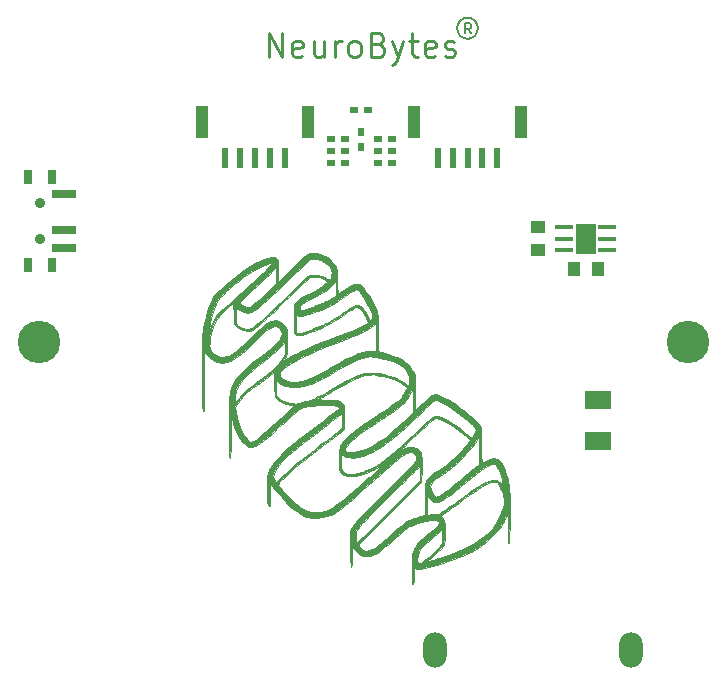
<source format=gbr>
G04 #@! TF.FileFunction,Soldermask,Top*
%FSLAX46Y46*%
G04 Gerber Fmt 4.6, Leading zero omitted, Abs format (unit mm)*
G04 Created by KiCad (PCBNEW 4.0.7-e2-6376~58~ubuntu14.04.1) date Wed May 23 13:57:35 2018*
%MOMM*%
%LPD*%
G01*
G04 APERTURE LIST*
%ADD10C,0.100000*%
%ADD11C,0.190000*%
%ADD12C,0.280000*%
%ADD13C,0.010000*%
%ADD14O,2.000000X3.000000*%
%ADD15C,3.600000*%
%ADD16R,0.800000X0.500000*%
%ADD17R,0.500000X0.800000*%
%ADD18R,2.300000X1.500000*%
%ADD19R,1.000000X1.200000*%
%ADD20R,1.200000X1.000000*%
%ADD21R,1.500000X0.450000*%
%ADD22R,1.750000X2.500000*%
%ADD23R,0.600000X1.700000*%
%ADD24R,1.000000X2.700000*%
%ADD25R,2.000000X0.700000*%
%ADD26R,0.800000X1.200000*%
%ADD27C,0.900000*%
G04 APERTURE END LIST*
D10*
D11*
X184316667Y-38011667D02*
X184000000Y-37631667D01*
X183746667Y-38011667D02*
X183746667Y-37125000D01*
X184126667Y-37125000D01*
X184253333Y-37188333D01*
X184316667Y-37315000D01*
X184316667Y-37441667D01*
X184253333Y-37568333D01*
X184126667Y-37631667D01*
X183746667Y-37631667D01*
X184000000Y-36681667D02*
X183683333Y-36745000D01*
X183366667Y-36935000D01*
X183176667Y-37251667D01*
X183113333Y-37568333D01*
X183176667Y-37885000D01*
X183366667Y-38201667D01*
X183683333Y-38391667D01*
X184000000Y-38455000D01*
X184316667Y-38391667D01*
X184633333Y-38201667D01*
X184823333Y-37885000D01*
X184886667Y-37568333D01*
X184823333Y-37251667D01*
X184633333Y-36935000D01*
X184316667Y-36745000D01*
X184000000Y-36681667D01*
D12*
X167142856Y-40004762D02*
X167142856Y-38004762D01*
X168285714Y-40004762D01*
X168285714Y-38004762D01*
X169999999Y-39909524D02*
X169809523Y-40004762D01*
X169428571Y-40004762D01*
X169238094Y-39909524D01*
X169142856Y-39719048D01*
X169142856Y-38957143D01*
X169238094Y-38766667D01*
X169428571Y-38671429D01*
X169809523Y-38671429D01*
X169999999Y-38766667D01*
X170095237Y-38957143D01*
X170095237Y-39147619D01*
X169142856Y-39338095D01*
X171809523Y-38671429D02*
X171809523Y-40004762D01*
X170952380Y-38671429D02*
X170952380Y-39719048D01*
X171047619Y-39909524D01*
X171238095Y-40004762D01*
X171523809Y-40004762D01*
X171714285Y-39909524D01*
X171809523Y-39814286D01*
X172761904Y-40004762D02*
X172761904Y-38671429D01*
X172761904Y-39052381D02*
X172857143Y-38861905D01*
X172952381Y-38766667D01*
X173142857Y-38671429D01*
X173333333Y-38671429D01*
X174285714Y-40004762D02*
X174095238Y-39909524D01*
X173999999Y-39814286D01*
X173904761Y-39623810D01*
X173904761Y-39052381D01*
X173999999Y-38861905D01*
X174095238Y-38766667D01*
X174285714Y-38671429D01*
X174571428Y-38671429D01*
X174761904Y-38766667D01*
X174857142Y-38861905D01*
X174952380Y-39052381D01*
X174952380Y-39623810D01*
X174857142Y-39814286D01*
X174761904Y-39909524D01*
X174571428Y-40004762D01*
X174285714Y-40004762D01*
X176476190Y-38957143D02*
X176761904Y-39052381D01*
X176857143Y-39147619D01*
X176952381Y-39338095D01*
X176952381Y-39623810D01*
X176857143Y-39814286D01*
X176761904Y-39909524D01*
X176571428Y-40004762D01*
X175809523Y-40004762D01*
X175809523Y-38004762D01*
X176476190Y-38004762D01*
X176666666Y-38100000D01*
X176761904Y-38195238D01*
X176857143Y-38385714D01*
X176857143Y-38576190D01*
X176761904Y-38766667D01*
X176666666Y-38861905D01*
X176476190Y-38957143D01*
X175809523Y-38957143D01*
X177619047Y-38671429D02*
X178095238Y-40004762D01*
X178571428Y-38671429D02*
X178095238Y-40004762D01*
X177904762Y-40480952D01*
X177809523Y-40576190D01*
X177619047Y-40671429D01*
X179047619Y-38671429D02*
X179809524Y-38671429D01*
X179333333Y-38004762D02*
X179333333Y-39719048D01*
X179428572Y-39909524D01*
X179619048Y-40004762D01*
X179809524Y-40004762D01*
X181238095Y-39909524D02*
X181047619Y-40004762D01*
X180666667Y-40004762D01*
X180476190Y-39909524D01*
X180380952Y-39719048D01*
X180380952Y-38957143D01*
X180476190Y-38766667D01*
X180666667Y-38671429D01*
X181047619Y-38671429D01*
X181238095Y-38766667D01*
X181333333Y-38957143D01*
X181333333Y-39147619D01*
X180380952Y-39338095D01*
X182095238Y-39909524D02*
X182285715Y-40004762D01*
X182666667Y-40004762D01*
X182857143Y-39909524D01*
X182952381Y-39719048D01*
X182952381Y-39623810D01*
X182857143Y-39433333D01*
X182666667Y-39338095D01*
X182380953Y-39338095D01*
X182190476Y-39242857D01*
X182095238Y-39052381D01*
X182095238Y-38957143D01*
X182190476Y-38766667D01*
X182380953Y-38671429D01*
X182666667Y-38671429D01*
X182857143Y-38766667D01*
D13*
G36*
X171067702Y-56631550D02*
X171134723Y-56635755D01*
X171525714Y-56704671D01*
X171907529Y-56853017D01*
X172259441Y-57067271D01*
X172560724Y-57333915D01*
X172790650Y-57639427D01*
X172851704Y-57755763D01*
X172893624Y-57850579D01*
X172924804Y-57940700D01*
X172946837Y-58042776D01*
X172961317Y-58173462D01*
X172969837Y-58349407D01*
X172973991Y-58587264D01*
X172975373Y-58903686D01*
X172975503Y-59049300D01*
X172976716Y-59360124D01*
X172979816Y-59633257D01*
X172984462Y-59853586D01*
X172990315Y-60005996D01*
X172997033Y-60075376D01*
X172998655Y-60077999D01*
X173046605Y-60050369D01*
X173159737Y-59975325D01*
X173320651Y-59864641D01*
X173493955Y-59742860D01*
X173781659Y-59543231D01*
X174006667Y-59399157D01*
X174185434Y-59302495D01*
X174334416Y-59245100D01*
X174470068Y-59218831D01*
X174561476Y-59214589D01*
X174715539Y-59225676D01*
X174853948Y-59264884D01*
X174985624Y-59341562D01*
X175119488Y-59465063D01*
X175264461Y-59644735D01*
X175429465Y-59889931D01*
X175623420Y-60210000D01*
X175794462Y-60506940D01*
X175955354Y-60788156D01*
X176085316Y-61017125D01*
X176187723Y-61208947D01*
X176265950Y-61378723D01*
X176323372Y-61541554D01*
X176363364Y-61712539D01*
X176389300Y-61906778D01*
X176404557Y-62139372D01*
X176412508Y-62425422D01*
X176416529Y-62780026D01*
X176419995Y-63218286D01*
X176420843Y-63309483D01*
X176436686Y-64940767D01*
X177046621Y-65098599D01*
X177686685Y-65296521D01*
X178233849Y-65535072D01*
X178688422Y-65814452D01*
X179050714Y-66134864D01*
X179321035Y-66496509D01*
X179388600Y-66621863D01*
X179554600Y-66958847D01*
X179585740Y-69885333D01*
X180195144Y-69312366D01*
X180470150Y-69056821D01*
X180686200Y-68865290D01*
X180855939Y-68729703D01*
X180992012Y-68641992D01*
X181107066Y-68594088D01*
X181213744Y-68577923D01*
X181324693Y-68585428D01*
X181332600Y-68586579D01*
X181572353Y-68651333D01*
X181870830Y-68777708D01*
X182214374Y-68956031D01*
X182589326Y-69176625D01*
X182982026Y-69429818D01*
X183378815Y-69705934D01*
X183766036Y-69995299D01*
X184130029Y-70288238D01*
X184457136Y-70575076D01*
X184733697Y-70846139D01*
X184946055Y-71091753D01*
X185022896Y-71200445D01*
X185168000Y-71426291D01*
X185168000Y-72889545D01*
X185168794Y-73263319D01*
X185171040Y-73601844D01*
X185174530Y-73892446D01*
X185179058Y-74122455D01*
X185184417Y-74279197D01*
X185190400Y-74350001D01*
X185191880Y-74352800D01*
X185245653Y-74331371D01*
X185364584Y-74275005D01*
X185523663Y-74195583D01*
X185534780Y-74189914D01*
X185873156Y-74053355D01*
X186182690Y-74000215D01*
X186454882Y-74029243D01*
X186681229Y-74139187D01*
X186853232Y-74328796D01*
X186886951Y-74388907D01*
X187015656Y-74674696D01*
X187149495Y-75025975D01*
X187276796Y-75408033D01*
X187385888Y-75786159D01*
X187456341Y-76082201D01*
X187482905Y-76215070D01*
X187504768Y-76340877D01*
X187522342Y-76470765D01*
X187536039Y-76615881D01*
X187546272Y-76787368D01*
X187553454Y-76996371D01*
X187557996Y-77254035D01*
X187560312Y-77571504D01*
X187560815Y-77959925D01*
X187559916Y-78430440D01*
X187558570Y-78843858D01*
X187555638Y-79429904D01*
X187551238Y-79920308D01*
X187545194Y-80321018D01*
X187537330Y-80637982D01*
X187527470Y-80877149D01*
X187515441Y-81044468D01*
X187501065Y-81145888D01*
X187489628Y-81180658D01*
X187470716Y-81195434D01*
X187455025Y-81161745D01*
X187441960Y-81070880D01*
X187430926Y-80914128D01*
X187421328Y-80682779D01*
X187412571Y-80368123D01*
X187404060Y-79961448D01*
X187403200Y-79915400D01*
X187395289Y-79508925D01*
X187387929Y-79194794D01*
X187380361Y-78963761D01*
X187371828Y-78806578D01*
X187361568Y-78713998D01*
X187348825Y-78676773D01*
X187332839Y-78685658D01*
X187312850Y-78731405D01*
X187307319Y-78747000D01*
X187053435Y-79327814D01*
X186704176Y-79887364D01*
X186264485Y-80420486D01*
X185739301Y-80922016D01*
X185133567Y-81386789D01*
X184452225Y-81809642D01*
X184294457Y-81895582D01*
X183507337Y-82273904D01*
X182628274Y-82621006D01*
X181662577Y-82935084D01*
X180615554Y-83214330D01*
X180027049Y-83348110D01*
X179853181Y-83380293D01*
X179740907Y-83382626D01*
X179654149Y-83353242D01*
X179609737Y-83326513D01*
X179510728Y-83266964D01*
X179454787Y-83242800D01*
X179444849Y-83290513D01*
X179436540Y-83421313D01*
X179430593Y-83616690D01*
X179427743Y-83858135D01*
X179427600Y-83928600D01*
X179425992Y-84209589D01*
X179420074Y-84403801D01*
X179408203Y-84526022D01*
X179388735Y-84591040D01*
X179360028Y-84613643D01*
X179351400Y-84614400D01*
X179324164Y-84601217D01*
X179303644Y-84553205D01*
X179288677Y-84457670D01*
X179278105Y-84301915D01*
X179270765Y-84073246D01*
X179265498Y-83758967D01*
X179264328Y-83661900D01*
X179260312Y-83242927D01*
X179259468Y-82910520D01*
X179262603Y-82649673D01*
X179267968Y-82511265D01*
X179732400Y-82511265D01*
X179746842Y-82726730D01*
X179795533Y-82849870D01*
X179886518Y-82884437D01*
X180027844Y-82834179D01*
X180182202Y-82734800D01*
X180556862Y-82734800D01*
X180631301Y-82721837D01*
X180782385Y-82686432D01*
X180988998Y-82633805D01*
X181230024Y-82569178D01*
X181260440Y-82560813D01*
X182166161Y-82283503D01*
X183007666Y-81969849D01*
X183779135Y-81623063D01*
X184474744Y-81246354D01*
X185088672Y-80842934D01*
X185615096Y-80416011D01*
X186048194Y-79968796D01*
X186119529Y-79881699D01*
X186500452Y-79337118D01*
X186784712Y-78779504D01*
X186977223Y-78198119D01*
X187047660Y-77852744D01*
X187074151Y-77627604D01*
X187072135Y-77421451D01*
X187036679Y-77210665D01*
X186962850Y-76971622D01*
X186845712Y-76680703D01*
X186764777Y-76498272D01*
X186653665Y-76267064D01*
X186559585Y-76115591D01*
X186465867Y-76027742D01*
X186355843Y-75987402D01*
X186226971Y-75978400D01*
X186072387Y-75991273D01*
X185900561Y-76032720D01*
X185704302Y-76106979D01*
X185476423Y-76218290D01*
X185209733Y-76370891D01*
X184897044Y-76569023D01*
X184531166Y-76816923D01*
X184104911Y-77118832D01*
X183611089Y-77478988D01*
X183333277Y-77684699D01*
X183004268Y-77928331D01*
X182695646Y-78155008D01*
X182418312Y-78356865D01*
X182183164Y-78526041D01*
X182001102Y-78654672D01*
X181883025Y-78734896D01*
X181847780Y-78756342D01*
X181702560Y-78831517D01*
X181831848Y-78967058D01*
X181937071Y-79101827D01*
X182013361Y-79240932D01*
X182015168Y-79245607D01*
X182039392Y-79365641D01*
X182056686Y-79564003D01*
X182067242Y-79818458D01*
X182071253Y-80106767D01*
X182068914Y-80406697D01*
X182060416Y-80696010D01*
X182045953Y-80952471D01*
X182025719Y-81153843D01*
X181999907Y-81277890D01*
X181997452Y-81284179D01*
X181904639Y-81436189D01*
X181737876Y-81634423D01*
X181507499Y-81868368D01*
X181223842Y-82127513D01*
X180906216Y-82394106D01*
X180742308Y-82531447D01*
X180621813Y-82642297D01*
X180557683Y-82714024D01*
X180556862Y-82734800D01*
X180182202Y-82734800D01*
X180194678Y-82726768D01*
X180442928Y-82541120D01*
X180709974Y-82328812D01*
X180977752Y-82105464D01*
X181228198Y-81886691D01*
X181443247Y-81688111D01*
X181604836Y-81525341D01*
X181665888Y-81454836D01*
X181866000Y-81201676D01*
X181866000Y-79980656D01*
X181553526Y-80269951D01*
X181386124Y-80418215D01*
X181166904Y-80602920D01*
X180925371Y-80799607D01*
X180709690Y-80969443D01*
X180494510Y-81142451D01*
X180295945Y-81314538D01*
X180135410Y-81466344D01*
X180034319Y-81578510D01*
X180031063Y-81582932D01*
X179877719Y-81860289D01*
X179772753Y-82183456D01*
X179732440Y-82501851D01*
X179732400Y-82511265D01*
X179267968Y-82511265D01*
X179270523Y-82445380D01*
X179284034Y-82282635D01*
X179303943Y-82146431D01*
X179331056Y-82021762D01*
X179357790Y-81922644D01*
X179421511Y-81723651D01*
X179497044Y-81547357D01*
X179594632Y-81381976D01*
X179724518Y-81215723D01*
X179896946Y-81036812D01*
X180122158Y-80833457D01*
X180410399Y-80593872D01*
X180742593Y-80329325D01*
X181073147Y-80058967D01*
X181317556Y-79834113D01*
X181478130Y-79650278D01*
X181557176Y-79502979D01*
X181557004Y-79387732D01*
X181479922Y-79300054D01*
X181328238Y-79235461D01*
X181308627Y-79229984D01*
X181097448Y-79203742D01*
X180820430Y-79222945D01*
X180470830Y-79288665D01*
X180041903Y-79401976D01*
X179834000Y-79464789D01*
X179587057Y-79542758D01*
X179381326Y-79613087D01*
X179203468Y-79684579D01*
X179040144Y-79766033D01*
X178878015Y-79866251D01*
X178703744Y-79994033D01*
X178503990Y-80158181D01*
X178265416Y-80367495D01*
X177974684Y-80630776D01*
X177736319Y-80848849D01*
X177315788Y-81228313D01*
X176955669Y-81539316D01*
X176647039Y-81787664D01*
X176380978Y-81979161D01*
X176148565Y-82119614D01*
X175940879Y-82214829D01*
X175748997Y-82270610D01*
X175564000Y-82292763D01*
X175516000Y-82293731D01*
X175151696Y-82246197D01*
X174820513Y-82102656D01*
X174522655Y-81863219D01*
X174340714Y-81647678D01*
X174195200Y-81449556D01*
X174195200Y-82325011D01*
X174193565Y-82655910D01*
X174188128Y-82896038D01*
X174178085Y-83056182D01*
X174162636Y-83147126D01*
X174140978Y-83179657D01*
X174131700Y-83179210D01*
X174112496Y-83149553D01*
X174097273Y-83069094D01*
X174085670Y-82929195D01*
X174077324Y-82721220D01*
X174071874Y-82436531D01*
X174068957Y-82066493D01*
X174068200Y-81663677D01*
X174068200Y-81320072D01*
X174776964Y-81320072D01*
X174788576Y-81445322D01*
X174895125Y-81579045D01*
X175091092Y-81714523D01*
X175109546Y-81724735D01*
X175359588Y-81808844D01*
X175631442Y-81798487D01*
X175929109Y-81693026D01*
X176161871Y-81557709D01*
X176330588Y-81435598D01*
X176547007Y-81264551D01*
X176785264Y-81065708D01*
X177019497Y-80860208D01*
X177058146Y-80825136D01*
X177460971Y-80458336D01*
X177799621Y-80153351D01*
X178084546Y-79903046D01*
X178326196Y-79700290D01*
X178535024Y-79537950D01*
X178721478Y-79408895D01*
X178896011Y-79305990D01*
X179069071Y-79222104D01*
X179251111Y-79150105D01*
X179452579Y-79082860D01*
X179683928Y-79013236D01*
X179734709Y-78998396D01*
X180394604Y-78806000D01*
X180391030Y-77496728D01*
X180390498Y-77166449D01*
X180545200Y-77166449D01*
X180545200Y-78753230D01*
X181052712Y-78745192D01*
X181560224Y-78737155D01*
X181929012Y-78492053D01*
X182076289Y-78390511D01*
X182287602Y-78239810D01*
X182546076Y-78052239D01*
X182834836Y-77840091D01*
X183137008Y-77615655D01*
X183302874Y-77491380D01*
X183877059Y-77065944D01*
X184381676Y-76706368D01*
X184822324Y-76410150D01*
X185204599Y-76174790D01*
X185534096Y-75997788D01*
X185816414Y-75876644D01*
X186057149Y-75808856D01*
X186261897Y-75791925D01*
X186436255Y-75823350D01*
X186585820Y-75900630D01*
X186680434Y-75982379D01*
X186793688Y-76076268D01*
X186876909Y-76088708D01*
X186895756Y-76079655D01*
X186932571Y-76043200D01*
X186942310Y-75979740D01*
X186924077Y-75865334D01*
X186881206Y-75692152D01*
X186816863Y-75481137D01*
X186725997Y-75225724D01*
X186625702Y-74973274D01*
X186600812Y-74915381D01*
X186503060Y-74702441D01*
X186427813Y-74567758D01*
X186363069Y-74494028D01*
X186296825Y-74463946D01*
X186286485Y-74462195D01*
X186157243Y-74459603D01*
X186009098Y-74489361D01*
X185835779Y-74555614D01*
X185631015Y-74662505D01*
X185388534Y-74814180D01*
X185102067Y-75014783D01*
X184765343Y-75268458D01*
X184372090Y-75579351D01*
X183916038Y-75951604D01*
X183466200Y-76326181D01*
X183035961Y-76683110D01*
X182671432Y-76976200D01*
X182364055Y-77210941D01*
X182105272Y-77392827D01*
X181886528Y-77527350D01*
X181699264Y-77620003D01*
X181534922Y-77676277D01*
X181384947Y-77701666D01*
X181318820Y-77704484D01*
X181198034Y-77697409D01*
X181098175Y-77664366D01*
X180990543Y-77589798D01*
X180846436Y-77458148D01*
X180823520Y-77436024D01*
X180545200Y-77166449D01*
X180390498Y-77166449D01*
X180390382Y-77094778D01*
X180391529Y-76780438D01*
X180395421Y-76539721D01*
X180399182Y-76449931D01*
X180851115Y-76449931D01*
X180878238Y-76625574D01*
X180951640Y-76817007D01*
X181055600Y-76999081D01*
X181174396Y-77146653D01*
X181292306Y-77234576D01*
X181350341Y-77248400D01*
X181434785Y-77224149D01*
X181568762Y-77162121D01*
X181658336Y-77113088D01*
X181792584Y-77030875D01*
X181941939Y-76930090D01*
X182116071Y-76803237D01*
X182324647Y-76642817D01*
X182577338Y-76441333D01*
X182883812Y-76191285D01*
X183253739Y-75885177D01*
X183415588Y-75750405D01*
X183696615Y-75517601D01*
X183971748Y-75292448D01*
X184224737Y-75088038D01*
X184439330Y-74917463D01*
X184599277Y-74793814D01*
X184646008Y-74759200D01*
X184961838Y-74530600D01*
X184960331Y-73362200D01*
X184958835Y-72980336D01*
X184955111Y-72691029D01*
X184948636Y-72485251D01*
X184938889Y-72353974D01*
X184925347Y-72288167D01*
X184907488Y-72278804D01*
X184898312Y-72289945D01*
X184617665Y-72698722D01*
X184281478Y-73127193D01*
X183903780Y-73561627D01*
X183498603Y-73988297D01*
X183079977Y-74393474D01*
X182661933Y-74763429D01*
X182258501Y-75084433D01*
X181883713Y-75342756D01*
X181631941Y-75486056D01*
X181306659Y-75687060D01*
X181064094Y-75916545D01*
X180910347Y-76166979D01*
X180851523Y-76430828D01*
X180851115Y-76449931D01*
X180399182Y-76449931D01*
X180403007Y-76358641D01*
X180415236Y-76223211D01*
X180433057Y-76119443D01*
X180457420Y-76033352D01*
X180489273Y-75950951D01*
X180497191Y-75932369D01*
X180654788Y-75671097D01*
X180890921Y-75417315D01*
X181183470Y-75192311D01*
X181389673Y-75073455D01*
X181585915Y-74963810D01*
X181812446Y-74821919D01*
X182018400Y-74679799D01*
X182216757Y-74521205D01*
X182464129Y-74303973D01*
X182742446Y-74045771D01*
X183033641Y-73764267D01*
X183319647Y-73477127D01*
X183582394Y-73202022D01*
X183803814Y-72956617D01*
X183910114Y-72829989D01*
X184216470Y-72450179D01*
X183824200Y-72080134D01*
X183542178Y-71833859D01*
X183217046Y-71582623D01*
X182866266Y-71337149D01*
X182507303Y-71108161D01*
X182157618Y-70906381D01*
X181834675Y-70742534D01*
X181555937Y-70627342D01*
X181377323Y-70577580D01*
X181322277Y-70571252D01*
X181265228Y-70577538D01*
X181198583Y-70602643D01*
X181114743Y-70652777D01*
X181006113Y-70734145D01*
X180865098Y-70852955D01*
X180684100Y-71015416D01*
X180455525Y-71227735D01*
X180171775Y-71496118D01*
X179825256Y-71826775D01*
X179688123Y-71957997D01*
X179409364Y-72224779D01*
X179140978Y-72481502D01*
X178895866Y-72715836D01*
X178686931Y-72915449D01*
X178527073Y-73068011D01*
X178437000Y-73153781D01*
X178306101Y-73278839D01*
X178245700Y-73341116D01*
X178252577Y-73347746D01*
X178323510Y-73305862D01*
X178386200Y-73266290D01*
X178718759Y-73092615D01*
X179027055Y-73012573D01*
X179323091Y-73024893D01*
X179618868Y-73128301D01*
X179630800Y-73134282D01*
X179776513Y-73215606D01*
X179890673Y-73303248D01*
X179976696Y-73409962D01*
X180037999Y-73548505D01*
X180077998Y-73731632D01*
X180100111Y-73972100D01*
X180107753Y-74282664D01*
X180104342Y-74676079D01*
X180100051Y-74886200D01*
X180074826Y-76003800D01*
X177441956Y-78611332D01*
X177011529Y-79038549D01*
X176602124Y-79446708D01*
X176219518Y-79829940D01*
X175869486Y-80182372D01*
X175557805Y-80498136D01*
X175290249Y-80771360D01*
X175072595Y-80996173D01*
X174910619Y-81166706D01*
X174810095Y-81277087D01*
X174776964Y-81320072D01*
X174068200Y-81320072D01*
X174068200Y-80800241D01*
X174522970Y-80800241D01*
X174546755Y-80944100D01*
X174584333Y-81073836D01*
X174610773Y-81149949D01*
X174616258Y-81158441D01*
X174653184Y-81123364D01*
X174756626Y-81022372D01*
X174920920Y-80861055D01*
X175140401Y-80644999D01*
X175409405Y-80379792D01*
X175722267Y-80071022D01*
X176073323Y-79724277D01*
X176456907Y-79345144D01*
X176867356Y-78939210D01*
X177281348Y-78529541D01*
X179935697Y-75902200D01*
X179935648Y-75256263D01*
X179935600Y-74610326D01*
X179491100Y-75074446D01*
X179350028Y-75219367D01*
X179147989Y-75423565D01*
X178896718Y-75675345D01*
X178607949Y-75963014D01*
X178293418Y-76274876D01*
X177964860Y-76599239D01*
X177675000Y-76884206D01*
X177071133Y-77478252D01*
X176539537Y-78004674D01*
X176078382Y-78465358D01*
X175685840Y-78862191D01*
X175360081Y-79197060D01*
X175099275Y-79471851D01*
X174901593Y-79688451D01*
X174765206Y-79848745D01*
X174688284Y-79954622D01*
X174676157Y-79976836D01*
X174581234Y-80242220D01*
X174528359Y-80530236D01*
X174522970Y-80800241D01*
X174068200Y-80800241D01*
X174068200Y-80169400D01*
X174235897Y-79815246D01*
X174271834Y-79743208D01*
X174313506Y-79670495D01*
X174366227Y-79591467D01*
X174435311Y-79500485D01*
X174526073Y-79391909D01*
X174643827Y-79260101D01*
X174793886Y-79099419D01*
X174981565Y-78904226D01*
X175212178Y-78668882D01*
X175491040Y-78387748D01*
X175823464Y-78055184D01*
X176214765Y-77665550D01*
X176670257Y-77213208D01*
X176940586Y-76945046D01*
X177456763Y-76432719D01*
X177905091Y-75986360D01*
X178290148Y-75600686D01*
X178616511Y-75270412D01*
X178888759Y-74990255D01*
X179111469Y-74754931D01*
X179289219Y-74559155D01*
X179426588Y-74397643D01*
X179528152Y-74265113D01*
X179598491Y-74156278D01*
X179642180Y-74065857D01*
X179663800Y-73988564D01*
X179667926Y-73919116D01*
X179659138Y-73852229D01*
X179650957Y-73816599D01*
X179570329Y-73680567D01*
X179421190Y-73568138D01*
X179236592Y-73500210D01*
X179133476Y-73489389D01*
X179037726Y-73496786D01*
X178934043Y-73522303D01*
X178816308Y-73570611D01*
X178678400Y-73646383D01*
X178514201Y-73754290D01*
X178317590Y-73899004D01*
X178082449Y-74085195D01*
X177802657Y-74317536D01*
X177472094Y-74600699D01*
X177084642Y-74939353D01*
X176634179Y-75338172D01*
X176174980Y-75747807D01*
X175599276Y-76261755D01*
X175092253Y-76711977D01*
X174647601Y-77103294D01*
X174259008Y-77440527D01*
X173920164Y-77728499D01*
X173624759Y-77972031D01*
X173366481Y-78175945D01*
X173139020Y-78345060D01*
X172936065Y-78484201D01*
X172751306Y-78598187D01*
X172578431Y-78691840D01*
X172411130Y-78769982D01*
X172243093Y-78837435D01*
X172068008Y-78899019D01*
X172037035Y-78909269D01*
X171642911Y-79004261D01*
X171222049Y-79046087D01*
X170807868Y-79034324D01*
X170433788Y-78968548D01*
X170314097Y-78931107D01*
X169951992Y-78777140D01*
X169598964Y-78575599D01*
X169245650Y-78318518D01*
X168882688Y-77997930D01*
X168500717Y-77605870D01*
X168090375Y-77134369D01*
X167837538Y-76823681D01*
X167375295Y-76243960D01*
X167981262Y-76243960D01*
X167982538Y-76245803D01*
X168473065Y-76867227D01*
X168941236Y-77390820D01*
X169388190Y-77817597D01*
X169815067Y-78148573D01*
X170223004Y-78384762D01*
X170509513Y-78497917D01*
X170734748Y-78542613D01*
X171019541Y-78562600D01*
X171324984Y-78558194D01*
X171612164Y-78529712D01*
X171811079Y-78487334D01*
X171988609Y-78430286D01*
X172161717Y-78363798D01*
X172336917Y-78282939D01*
X172520724Y-78182773D01*
X172719652Y-78058369D01*
X172940217Y-77904791D01*
X173188931Y-77717108D01*
X173472311Y-77490385D01*
X173796870Y-77219688D01*
X174169123Y-76900086D01*
X174595585Y-76526643D01*
X175082771Y-76094427D01*
X175637193Y-75598504D01*
X175699183Y-75542886D01*
X176067065Y-75212663D01*
X176363650Y-74945819D01*
X176593222Y-74737838D01*
X176760063Y-74584202D01*
X176868458Y-74480391D01*
X176922690Y-74421889D01*
X176927042Y-74404178D01*
X176885798Y-74422739D01*
X176803242Y-74473055D01*
X176683657Y-74550608D01*
X176567507Y-74627051D01*
X176005885Y-74956039D01*
X175437983Y-75210057D01*
X174878249Y-75384001D01*
X174341130Y-75472767D01*
X174144400Y-75483132D01*
X173807829Y-75469549D01*
X173549491Y-75411345D01*
X173354192Y-75303828D01*
X173257062Y-75209111D01*
X173212856Y-75154107D01*
X173180149Y-75098961D01*
X173157208Y-75028303D01*
X173142303Y-74926764D01*
X173133700Y-74778974D01*
X173129668Y-74569563D01*
X173128500Y-74289300D01*
X173281548Y-74289300D01*
X173286752Y-74598330D01*
X173305351Y-74824064D01*
X173343168Y-74984525D01*
X173406025Y-75097735D01*
X173499748Y-75181714D01*
X173586306Y-75232483D01*
X173775021Y-75289587D01*
X174035381Y-75310349D01*
X174344686Y-75296134D01*
X174680237Y-75248307D01*
X175019336Y-75168232D01*
X175109600Y-75140927D01*
X175436587Y-75023926D01*
X175766786Y-74878130D01*
X176106729Y-74698636D01*
X176462946Y-74480540D01*
X176841971Y-74218940D01*
X177250333Y-73908932D01*
X177694564Y-73545613D01*
X178181197Y-73124080D01*
X178716762Y-72639431D01*
X179307791Y-72086762D01*
X179783200Y-71632558D01*
X180134173Y-71296062D01*
X180421045Y-71024639D01*
X180651722Y-70811686D01*
X180834111Y-70650603D01*
X180976118Y-70534787D01*
X181085652Y-70457636D01*
X181170619Y-70412549D01*
X181238925Y-70392924D01*
X181270702Y-70390589D01*
X181475399Y-70422661D01*
X181741287Y-70513861D01*
X182053815Y-70655599D01*
X182398432Y-70839286D01*
X182760586Y-71056333D01*
X183125726Y-71298151D01*
X183479301Y-71556150D01*
X183806759Y-71821740D01*
X184016852Y-72011571D01*
X184173394Y-72156926D01*
X184279784Y-72229743D01*
X184358861Y-72225903D01*
X184433462Y-72141289D01*
X184526425Y-71971785D01*
X184555858Y-71914400D01*
X184641234Y-71738880D01*
X184678587Y-71612437D01*
X184662507Y-71505355D01*
X184587586Y-71387918D01*
X184448415Y-71230409D01*
X184427184Y-71207452D01*
X184196853Y-70977609D01*
X183917427Y-70729246D01*
X183601504Y-70470902D01*
X183261678Y-70211118D01*
X182910545Y-69958433D01*
X182560701Y-69721386D01*
X182224741Y-69508517D01*
X181915262Y-69328366D01*
X181644858Y-69189471D01*
X181426126Y-69100373D01*
X181273889Y-69069600D01*
X181240722Y-69070093D01*
X181207963Y-69075692D01*
X181168626Y-69092577D01*
X181115726Y-69126928D01*
X181042278Y-69184924D01*
X180941295Y-69272747D01*
X180805794Y-69396575D01*
X180628787Y-69562588D01*
X180403291Y-69776967D01*
X180122318Y-70045892D01*
X179778886Y-70375541D01*
X179558923Y-70586815D01*
X178869310Y-71236169D01*
X178235561Y-71805414D01*
X177654419Y-72297066D01*
X177122626Y-72713643D01*
X176636925Y-73057662D01*
X176194060Y-73331642D01*
X175790773Y-73538099D01*
X175677090Y-73587216D01*
X175180132Y-73766691D01*
X174715953Y-73883805D01*
X174294774Y-73937437D01*
X173926815Y-73926468D01*
X173622299Y-73849778D01*
X173556109Y-73819612D01*
X173416739Y-73749936D01*
X173320549Y-73703794D01*
X173293500Y-73692612D01*
X173288608Y-73740018D01*
X173284722Y-73869191D01*
X173282238Y-74060300D01*
X173281548Y-74289300D01*
X173128500Y-74289300D01*
X173128474Y-74283164D01*
X173128400Y-74067478D01*
X173129893Y-73686958D01*
X173138192Y-73389775D01*
X173151237Y-73244433D01*
X173616489Y-73244433D01*
X173644328Y-73320953D01*
X173797954Y-73428614D01*
X174028646Y-73480387D01*
X174328151Y-73475550D01*
X174688214Y-73413377D01*
X174690777Y-73412773D01*
X175053060Y-73312655D01*
X175410483Y-73181844D01*
X175771655Y-73014652D01*
X176145181Y-72805396D01*
X176539669Y-72548387D01*
X176963724Y-72237942D01*
X177425954Y-71868373D01*
X177934964Y-71433995D01*
X178499362Y-70929122D01*
X178627500Y-70811986D01*
X179376800Y-70124739D01*
X179376800Y-68133692D01*
X179068707Y-68639746D01*
X178947810Y-68835518D01*
X178836671Y-69004701D01*
X178725891Y-69155311D01*
X178606073Y-69295365D01*
X178467816Y-69432879D01*
X178301722Y-69575869D01*
X178098392Y-69732352D01*
X177848428Y-69910345D01*
X177542430Y-70117865D01*
X177171000Y-70362927D01*
X176724738Y-70653548D01*
X176653236Y-70699962D01*
X176304470Y-70927919D01*
X175956677Y-71158178D01*
X175626780Y-71379317D01*
X175331705Y-71579916D01*
X175088376Y-71748554D01*
X174913957Y-71873632D01*
X174533640Y-72168330D01*
X174212322Y-72444093D01*
X173954976Y-72695254D01*
X173766573Y-72916143D01*
X173652087Y-73101092D01*
X173616489Y-73244433D01*
X173151237Y-73244433D01*
X173159025Y-73157670D01*
X173198118Y-72972386D01*
X173261199Y-72815664D01*
X173353997Y-72669248D01*
X173482238Y-72514879D01*
X173651650Y-72334299D01*
X173682003Y-72302746D01*
X173831855Y-72153105D01*
X173995561Y-72002743D01*
X174181812Y-71845262D01*
X174399300Y-71674269D01*
X174656717Y-71483367D01*
X174962755Y-71266162D01*
X175326106Y-71016257D01*
X175755460Y-70727258D01*
X176259510Y-70392769D01*
X176435090Y-70276999D01*
X176794195Y-70039107D01*
X177134295Y-69811148D01*
X177443985Y-69600966D01*
X177711860Y-69416406D01*
X177926512Y-69265313D01*
X178076538Y-69155531D01*
X178142328Y-69102753D01*
X178259665Y-68976598D01*
X178403463Y-68792700D01*
X178550355Y-68581860D01*
X178616869Y-68477252D01*
X178887462Y-68036005D01*
X178678542Y-67850605D01*
X178344959Y-67607953D01*
X177920103Y-67388432D01*
X177412391Y-67195578D01*
X176830243Y-67032926D01*
X176618070Y-66985389D01*
X176279307Y-66925911D01*
X175958874Y-66898289D01*
X175645179Y-66905958D01*
X175326629Y-66952350D01*
X174991631Y-67040899D01*
X174628595Y-67175036D01*
X174225926Y-67358195D01*
X173772033Y-67593809D01*
X173255324Y-67885312D01*
X172927238Y-68078393D01*
X172635382Y-68250784D01*
X172337768Y-68424205D01*
X172059857Y-68583981D01*
X171827109Y-68715436D01*
X171713020Y-68778247D01*
X171288241Y-69008123D01*
X172119420Y-69026591D01*
X172438887Y-69035076D01*
X172675844Y-69045790D01*
X172849381Y-69061091D01*
X172978589Y-69083340D01*
X173082558Y-69114894D01*
X173179200Y-69157531D01*
X173298604Y-69219292D01*
X173389320Y-69281167D01*
X173455127Y-69357310D01*
X173499800Y-69461878D01*
X173527118Y-69609029D01*
X173540856Y-69812917D01*
X173544793Y-70087699D01*
X173542704Y-70447532D01*
X173542030Y-70517400D01*
X173532045Y-71533400D01*
X173368322Y-71678610D01*
X173289599Y-71743009D01*
X173140204Y-71860103D01*
X172930812Y-72021718D01*
X172672097Y-72219679D01*
X172374736Y-72445812D01*
X172049404Y-72691943D01*
X171782200Y-72893219D01*
X171318943Y-73242011D01*
X170926172Y-73539122D01*
X170592754Y-73793382D01*
X170307558Y-74013618D01*
X170059453Y-74208659D01*
X169837306Y-74387334D01*
X169629988Y-74558472D01*
X169426365Y-74730900D01*
X169215307Y-74913447D01*
X169028667Y-75077069D01*
X168707965Y-75367368D01*
X168437933Y-75628037D01*
X168224408Y-75852553D01*
X168073229Y-76034394D01*
X167990234Y-76167038D01*
X167981262Y-76243960D01*
X167375295Y-76243960D01*
X167235600Y-76068763D01*
X167235600Y-78026146D01*
X167129647Y-77930261D01*
X167097030Y-77897209D01*
X167072120Y-77856139D01*
X167054096Y-77794413D01*
X167042136Y-77699396D01*
X167035418Y-77558450D01*
X167033120Y-77358941D01*
X167034420Y-77088231D01*
X167038496Y-76733684D01*
X167040747Y-76563487D01*
X167054255Y-75556772D01*
X167553178Y-75556772D01*
X167599867Y-75740752D01*
X167696872Y-75895839D01*
X167804752Y-76032986D01*
X168305011Y-75526037D01*
X168538324Y-75297828D01*
X168818328Y-75036560D01*
X169112102Y-74772302D01*
X169386730Y-74535122D01*
X169423737Y-74504157D01*
X169624556Y-74340604D01*
X169890499Y-74129498D01*
X170204994Y-73883691D01*
X170551472Y-73616035D01*
X170913361Y-73339383D01*
X171274092Y-73066586D01*
X171369402Y-72995064D01*
X171708855Y-72740142D01*
X172038296Y-72491531D01*
X172344590Y-72259234D01*
X172614600Y-72053253D01*
X172835192Y-71883592D01*
X172993229Y-71760253D01*
X173039500Y-71723288D01*
X173382400Y-71445672D01*
X173382400Y-70133804D01*
X173039500Y-70424715D01*
X172910812Y-70529576D01*
X172714064Y-70684293D01*
X172462933Y-70878375D01*
X172171098Y-71101333D01*
X171852237Y-71342678D01*
X171520028Y-71591921D01*
X171426600Y-71661607D01*
X170749883Y-72170839D01*
X170154274Y-72630445D01*
X169634813Y-73044790D01*
X169186543Y-73418243D01*
X168804506Y-73755171D01*
X168483745Y-74059940D01*
X168219299Y-74336919D01*
X168006213Y-74590474D01*
X167845040Y-74816408D01*
X167673699Y-75109644D01*
X167577100Y-75351417D01*
X167553178Y-75556772D01*
X167054255Y-75556772D01*
X167057800Y-75292600D01*
X167214636Y-74962400D01*
X167340077Y-74724248D01*
X167493331Y-74483813D01*
X167680012Y-74235843D01*
X167905735Y-73975086D01*
X168176111Y-73696290D01*
X168496755Y-73394204D01*
X168873281Y-73063577D01*
X169311301Y-72699155D01*
X169816430Y-72295689D01*
X170394280Y-71847926D01*
X171050465Y-71350615D01*
X171175923Y-71256487D01*
X171644221Y-70904210D01*
X172035431Y-70606630D01*
X172355026Y-70359236D01*
X172608479Y-70157515D01*
X172801266Y-69996955D01*
X172938860Y-69873042D01*
X173026735Y-69781265D01*
X173070366Y-69717111D01*
X173077600Y-69688853D01*
X173058327Y-69626103D01*
X172993510Y-69578284D01*
X172872648Y-69543674D01*
X172685242Y-69520554D01*
X172420793Y-69507204D01*
X172068801Y-69501904D01*
X171934600Y-69501628D01*
X171359218Y-69511459D01*
X170876945Y-69541208D01*
X170481096Y-69591727D01*
X170164983Y-69663867D01*
X169923185Y-69757839D01*
X169765862Y-69848010D01*
X169580742Y-69974716D01*
X169360644Y-70143924D01*
X169098387Y-70361602D01*
X168786790Y-70633716D01*
X168418672Y-70966232D01*
X167986851Y-71365118D01*
X167970564Y-71380291D01*
X167500808Y-71811910D01*
X167093114Y-72172441D01*
X166741291Y-72466056D01*
X166439151Y-72696928D01*
X166180503Y-72869232D01*
X165959159Y-72987140D01*
X165768927Y-73054825D01*
X165603618Y-73076460D01*
X165476958Y-73061488D01*
X165370559Y-73007003D01*
X165222622Y-72893981D01*
X165057336Y-72741365D01*
X165021463Y-72704789D01*
X164721489Y-72328425D01*
X164459011Y-71863509D01*
X164237894Y-71317361D01*
X164161425Y-71076200D01*
X164097361Y-70863289D01*
X164039280Y-70678544D01*
X163996142Y-70550128D01*
X163983645Y-70517400D01*
X163972959Y-70540790D01*
X163963112Y-70656970D01*
X163954354Y-70857131D01*
X163946933Y-71132463D01*
X163941100Y-71474157D01*
X163937103Y-71873405D01*
X163935422Y-72219200D01*
X163933754Y-72695468D01*
X163931405Y-73079143D01*
X163927938Y-73379229D01*
X163922917Y-73604731D01*
X163915906Y-73764656D01*
X163906469Y-73868009D01*
X163894168Y-73923795D01*
X163878568Y-73941020D01*
X163859232Y-73928689D01*
X163852963Y-73921000D01*
X163834170Y-73845448D01*
X163818444Y-73679988D01*
X163805701Y-73436260D01*
X163795856Y-73125909D01*
X163788824Y-72760574D01*
X163784523Y-72351900D01*
X163782866Y-71911527D01*
X163783770Y-71451099D01*
X163787151Y-70982257D01*
X163792924Y-70516643D01*
X163801005Y-70065900D01*
X163810046Y-69693691D01*
X164326318Y-69693691D01*
X164390766Y-70054745D01*
X164510874Y-70601313D01*
X164668111Y-71117918D01*
X164855504Y-71587483D01*
X165066078Y-71992931D01*
X165292860Y-72317186D01*
X165334041Y-72364697D01*
X165472419Y-72510229D01*
X165578347Y-72583983D01*
X165683598Y-72592907D01*
X165819946Y-72543948D01*
X165922610Y-72493388D01*
X166065898Y-72405329D01*
X166261232Y-72259549D01*
X166512333Y-72052891D01*
X166822925Y-71782198D01*
X167196732Y-71444312D01*
X167602123Y-71069104D01*
X167882069Y-70809904D01*
X168164394Y-70552382D01*
X168431944Y-70311902D01*
X168667565Y-70103831D01*
X168854102Y-69943533D01*
X168915998Y-69892266D01*
X169329951Y-69555624D01*
X169006675Y-69495519D01*
X168601925Y-69395989D01*
X168254311Y-69261377D01*
X167976412Y-69098297D01*
X167780805Y-68913359D01*
X167720085Y-68819246D01*
X167692263Y-68740017D01*
X167671279Y-68615783D01*
X167656214Y-68433700D01*
X167646149Y-68180923D01*
X167640163Y-67844606D01*
X167638696Y-67682503D01*
X167638467Y-67382675D01*
X167794400Y-67382675D01*
X167794400Y-68019039D01*
X167795412Y-68284922D01*
X167800799Y-68470177D01*
X167814084Y-68595776D01*
X167838791Y-68682688D01*
X167878444Y-68751884D01*
X167928017Y-68814199D01*
X168116662Y-68979854D01*
X168379885Y-69129305D01*
X168690693Y-69248831D01*
X168881611Y-69298924D01*
X169185132Y-69352989D01*
X169428159Y-69364759D01*
X169642930Y-69333454D01*
X169817499Y-69276308D01*
X170010341Y-69212152D01*
X170241797Y-69151423D01*
X170390879Y-69120461D01*
X170648607Y-69053404D01*
X170966844Y-68932350D01*
X171349826Y-68755269D01*
X171801791Y-68520132D01*
X172326978Y-68224910D01*
X172621378Y-68052339D01*
X173156784Y-67739219D01*
X173620058Y-67479118D01*
X174022649Y-67267290D01*
X174376009Y-67098992D01*
X174691588Y-66969479D01*
X174980835Y-66874006D01*
X175255200Y-66807830D01*
X175526135Y-66766205D01*
X175774229Y-66745934D01*
X175997261Y-66737635D01*
X176185019Y-66742047D01*
X176369783Y-66762999D01*
X176583829Y-66804318D01*
X176859438Y-66869836D01*
X176896325Y-66879041D01*
X177375505Y-67008406D01*
X177772850Y-67138517D01*
X178107835Y-67277814D01*
X178399934Y-67434739D01*
X178668621Y-67617733D01*
X178754472Y-67684483D01*
X178970345Y-67857157D01*
X179024774Y-67714078D01*
X179069152Y-67507778D01*
X179075019Y-67259389D01*
X179044145Y-67018203D01*
X178994233Y-66863674D01*
X178799163Y-66560728D01*
X178516324Y-66277445D01*
X178159164Y-66024701D01*
X177741135Y-65813372D01*
X177649600Y-65776330D01*
X177325700Y-65664093D01*
X176959303Y-65559035D01*
X176586464Y-65469970D01*
X176243238Y-65405711D01*
X176023159Y-65378788D01*
X175735355Y-65373920D01*
X175434179Y-65407673D01*
X175109868Y-65483729D01*
X174752659Y-65605770D01*
X174352789Y-65777478D01*
X173900495Y-66002535D01*
X173386014Y-66284622D01*
X172950600Y-66537528D01*
X172433318Y-66840501D01*
X171988237Y-67093226D01*
X171602885Y-67301610D01*
X171264787Y-67471555D01*
X170961471Y-67608966D01*
X170680464Y-67719747D01*
X170409293Y-67809803D01*
X170135485Y-67885037D01*
X170070108Y-67901037D01*
X169571135Y-67982415D01*
X169099400Y-67983831D01*
X168666094Y-67907183D01*
X168282407Y-67754368D01*
X167981205Y-67546692D01*
X167794400Y-67382675D01*
X167638467Y-67382675D01*
X167638458Y-67371886D01*
X167642042Y-67094011D01*
X167648687Y-66873519D01*
X168099200Y-66873519D01*
X168148646Y-67038172D01*
X168291608Y-67193979D01*
X168520022Y-67334054D01*
X168745818Y-67425756D01*
X169025280Y-67504818D01*
X169284500Y-67537124D01*
X169558362Y-67523293D01*
X169881750Y-67463943D01*
X169953400Y-67447156D01*
X170495844Y-67281297D01*
X171085374Y-67032861D01*
X171725383Y-66700388D01*
X171844767Y-66632336D01*
X172109648Y-66479426D01*
X172428186Y-66295519D01*
X172766053Y-66100434D01*
X173088927Y-65913989D01*
X173192865Y-65853965D01*
X173756000Y-65543387D01*
X174257733Y-65299263D01*
X174709712Y-65117434D01*
X175123587Y-64993744D01*
X175511007Y-64924033D01*
X175854326Y-64904000D01*
X176227200Y-64904000D01*
X176227200Y-62578897D01*
X176045984Y-62744884D01*
X175854241Y-62889289D01*
X175572220Y-63056226D01*
X175207779Y-63241926D01*
X174768777Y-63442624D01*
X174263074Y-63654552D01*
X173698528Y-63873943D01*
X173661800Y-63887693D01*
X172847802Y-64195550D01*
X172122929Y-64478018D01*
X171478942Y-64738743D01*
X170907603Y-64981367D01*
X170400673Y-65209536D01*
X169949913Y-65426892D01*
X169547084Y-65637081D01*
X169183948Y-65843745D01*
X169035967Y-65933664D01*
X168726368Y-66142669D01*
X168467409Y-66351729D01*
X168269573Y-66550326D01*
X168143343Y-66727943D01*
X168099200Y-66873519D01*
X167648687Y-66873519D01*
X167648924Y-66865673D01*
X167658581Y-66703666D01*
X167670488Y-66624784D01*
X167671772Y-66622131D01*
X167659416Y-66615454D01*
X167587084Y-66665013D01*
X167486514Y-66746651D01*
X167281591Y-66916482D01*
X167060451Y-67090290D01*
X166805703Y-67281115D01*
X166499951Y-67501998D01*
X166143400Y-67753661D01*
X165723181Y-68067349D01*
X165338967Y-68392133D01*
X165003873Y-68715142D01*
X164731016Y-69023503D01*
X164533514Y-69304346D01*
X164497346Y-69368945D01*
X164326318Y-69693691D01*
X163810046Y-69693691D01*
X163811310Y-69641670D01*
X163823754Y-69255594D01*
X163834317Y-69010587D01*
X164289200Y-69010587D01*
X164289200Y-69339533D01*
X164539122Y-68983656D01*
X164708120Y-68766011D01*
X164912349Y-68535541D01*
X165108011Y-68341629D01*
X165110622Y-68339282D01*
X165256087Y-68216781D01*
X165465116Y-68051489D01*
X165717836Y-67858584D01*
X165994374Y-67653247D01*
X166262766Y-67459261D01*
X166826542Y-67041879D01*
X167304283Y-66653037D01*
X167704831Y-66284928D01*
X168037026Y-65929746D01*
X168149927Y-65793091D01*
X168322261Y-65564899D01*
X168438232Y-65372106D01*
X168508638Y-65182844D01*
X168544279Y-64965240D01*
X168555954Y-64687426D01*
X168556400Y-64593526D01*
X168556400Y-64076589D01*
X168383088Y-64303569D01*
X168233358Y-64476187D01*
X168018431Y-64692225D01*
X167755872Y-64936168D01*
X167463241Y-65192499D01*
X167158104Y-65445703D01*
X166858021Y-65680263D01*
X166662907Y-65823260D01*
X166433816Y-65987649D01*
X166207740Y-66153258D01*
X166012623Y-66299431D01*
X165889400Y-66395039D01*
X165371630Y-66851386D01*
X164955127Y-67310071D01*
X164639574Y-67771612D01*
X164424653Y-68236527D01*
X164310049Y-68705334D01*
X164289200Y-69010587D01*
X163834317Y-69010587D01*
X163838253Y-68919316D01*
X163854722Y-68644477D01*
X163873077Y-68442719D01*
X163893235Y-68325686D01*
X163893499Y-68324804D01*
X164047078Y-67901558D01*
X164247630Y-67503443D01*
X164503431Y-67120597D01*
X164822759Y-66743153D01*
X165213890Y-66361247D01*
X165685102Y-65965015D01*
X166197891Y-65578312D01*
X166738460Y-65173298D01*
X167201857Y-64796411D01*
X167585603Y-64450208D01*
X167887223Y-64137248D01*
X168104237Y-63860089D01*
X168234169Y-63621290D01*
X168274690Y-63433528D01*
X168228610Y-63221843D01*
X168106211Y-63024535D01*
X167931254Y-62873490D01*
X167817893Y-62820570D01*
X167702780Y-62796047D01*
X167582523Y-62802525D01*
X167448552Y-62845826D01*
X167292297Y-62931768D01*
X167105187Y-63066172D01*
X166878652Y-63254858D01*
X166604123Y-63503645D01*
X166273028Y-63818353D01*
X166096925Y-63989241D01*
X165643718Y-64423832D01*
X165247121Y-64787700D01*
X164898385Y-65087911D01*
X164588764Y-65331531D01*
X164309512Y-65525628D01*
X164051881Y-65677266D01*
X163933600Y-65736918D01*
X163556746Y-65865206D01*
X163173257Y-65898659D01*
X162799284Y-65836830D01*
X162627948Y-65773197D01*
X162422882Y-65650891D01*
X162196610Y-65465983D01*
X161977573Y-65244510D01*
X161794215Y-65012514D01*
X161789520Y-65005600D01*
X161770415Y-64981797D01*
X161754329Y-64976839D01*
X161740976Y-64998426D01*
X161730070Y-65054258D01*
X161721324Y-65152035D01*
X161714452Y-65299457D01*
X161709168Y-65504225D01*
X161705184Y-65774039D01*
X161702216Y-66116599D01*
X161699976Y-66539605D01*
X161698178Y-67050757D01*
X161696952Y-67494800D01*
X161695388Y-68076605D01*
X161693752Y-68564347D01*
X161691723Y-68965561D01*
X161688980Y-69287782D01*
X161685201Y-69538547D01*
X161680064Y-69725390D01*
X161673248Y-69855849D01*
X161664432Y-69937457D01*
X161653295Y-69977752D01*
X161639514Y-69984269D01*
X161622768Y-69964544D01*
X161602736Y-69926112D01*
X161594020Y-69907800D01*
X161573179Y-69859171D01*
X161555577Y-69802930D01*
X161540939Y-69730585D01*
X161528992Y-69633641D01*
X161519461Y-69503604D01*
X161512074Y-69331981D01*
X161506556Y-69110277D01*
X161502633Y-68829998D01*
X161500031Y-68482651D01*
X161498478Y-68059742D01*
X161497698Y-67552776D01*
X161497419Y-66953261D01*
X161497412Y-66910600D01*
X161498237Y-66369534D01*
X161500774Y-65845103D01*
X161504851Y-65348710D01*
X161510297Y-64891762D01*
X161516941Y-64485662D01*
X161517602Y-64456006D01*
X162144993Y-64456006D01*
X162184718Y-64685350D01*
X162289176Y-64886810D01*
X162424874Y-65048151D01*
X162698163Y-65269046D01*
X162998283Y-65395803D01*
X163314289Y-65426445D01*
X163635238Y-65358991D01*
X163782900Y-65293762D01*
X164020016Y-65156035D01*
X164282807Y-64973943D01*
X164579249Y-64740894D01*
X164917317Y-64450301D01*
X165304988Y-64095574D01*
X165750236Y-63670124D01*
X165761340Y-63659336D01*
X166119073Y-63315053D01*
X166416692Y-63037187D01*
X166663748Y-62818198D01*
X166869791Y-62650547D01*
X167044372Y-62526694D01*
X167197039Y-62439100D01*
X167337344Y-62380224D01*
X167409421Y-62358231D01*
X167715386Y-62325145D01*
X168009328Y-62389553D01*
X168282131Y-62547392D01*
X168524681Y-62794598D01*
X168589287Y-62884244D01*
X168749174Y-63121873D01*
X168725371Y-64178036D01*
X168716946Y-64532487D01*
X168708496Y-64801461D01*
X168698037Y-65001060D01*
X168683589Y-65147389D01*
X168663167Y-65256551D01*
X168634790Y-65344650D01*
X168596475Y-65427788D01*
X168563941Y-65489320D01*
X168426315Y-65744441D01*
X168834257Y-65497620D01*
X169070110Y-65360180D01*
X169349931Y-65204920D01*
X169626119Y-65058036D01*
X169724800Y-65007554D01*
X170031838Y-64855760D01*
X170342626Y-64708706D01*
X170669089Y-64561443D01*
X171023152Y-64409019D01*
X171416741Y-64246483D01*
X171861781Y-64068886D01*
X172370197Y-63871276D01*
X172953915Y-63648703D01*
X173433200Y-63468080D01*
X173901814Y-63287431D01*
X174342132Y-63108574D01*
X174740705Y-62937475D01*
X175084088Y-62780100D01*
X175358831Y-62642416D01*
X175551490Y-62530388D01*
X175561021Y-62524022D01*
X175583900Y-62485805D01*
X175571589Y-62413241D01*
X175518332Y-62291320D01*
X175418370Y-62105032D01*
X175362463Y-62006413D01*
X175177841Y-61696415D01*
X175024651Y-61470120D01*
X174894312Y-61317838D01*
X174778250Y-61229882D01*
X174667884Y-61196562D01*
X174644614Y-61195600D01*
X174567033Y-61200112D01*
X174486688Y-61218225D01*
X174391641Y-61256800D01*
X174269957Y-61322696D01*
X174109699Y-61422777D01*
X173898930Y-61563903D01*
X173625714Y-61752936D01*
X173400266Y-61910869D01*
X173073926Y-62137570D01*
X172794914Y-62323649D01*
X172542481Y-62480144D01*
X172295879Y-62618093D01*
X172034360Y-62748537D01*
X171737174Y-62882514D01*
X171383575Y-63031064D01*
X171012259Y-63181407D01*
X170595510Y-63343419D01*
X170258639Y-63461670D01*
X169990864Y-63538266D01*
X169781404Y-63575308D01*
X169619476Y-63574900D01*
X169494301Y-63539145D01*
X169420000Y-63491985D01*
X169293000Y-63389096D01*
X169280020Y-62577004D01*
X169470800Y-62577004D01*
X169474256Y-62906804D01*
X169485064Y-63143512D01*
X169503886Y-63295416D01*
X169531380Y-63370806D01*
X169534300Y-63374118D01*
X169603657Y-63411513D01*
X169716165Y-63418005D01*
X169880606Y-63391350D01*
X170105762Y-63329301D01*
X170400416Y-63229614D01*
X170773349Y-63090042D01*
X171014470Y-62995678D01*
X171417170Y-62834321D01*
X171746751Y-62695854D01*
X172025493Y-62568206D01*
X172275674Y-62439305D01*
X172519571Y-62297082D01*
X172779463Y-62129464D01*
X173077628Y-61924383D01*
X173357000Y-61726435D01*
X173697970Y-61486024D01*
X173970260Y-61302007D01*
X174185544Y-61168603D01*
X174355497Y-61080034D01*
X174491794Y-61030518D01*
X174606111Y-61014277D01*
X174710121Y-61025530D01*
X174751043Y-61036312D01*
X174889329Y-61094470D01*
X175017512Y-61189913D01*
X175148038Y-61336655D01*
X175293354Y-61548713D01*
X175465906Y-61840100D01*
X175467719Y-61843300D01*
X175579654Y-62035702D01*
X175675003Y-62189995D01*
X175742083Y-62287848D01*
X175767203Y-62313200D01*
X175845477Y-62268071D01*
X175898143Y-62150545D01*
X175921607Y-61987408D01*
X175912280Y-61805448D01*
X175866568Y-61631452D01*
X175860542Y-61617090D01*
X175800628Y-61494850D01*
X175702628Y-61311903D01*
X175576828Y-61085888D01*
X175433517Y-60834446D01*
X175282982Y-60575215D01*
X175135509Y-60325836D01*
X175001387Y-60103948D01*
X174890903Y-59927191D01*
X174814344Y-59813204D01*
X174792604Y-59785900D01*
X174694435Y-59706694D01*
X174585441Y-59681319D01*
X174448862Y-59713324D01*
X174267940Y-59806256D01*
X174058751Y-59941243D01*
X173856110Y-60079056D01*
X173602803Y-60251563D01*
X173332047Y-60436133D01*
X173091306Y-60600404D01*
X172761123Y-60820392D01*
X172471813Y-60998285D01*
X172194983Y-61148535D01*
X171902240Y-61285597D01*
X171565193Y-61423926D01*
X171211355Y-61557460D01*
X170799553Y-61704849D01*
X170466877Y-61813243D01*
X170199760Y-61885248D01*
X169984635Y-61923470D01*
X169807934Y-61930515D01*
X169656091Y-61908987D01*
X169551719Y-61876181D01*
X169519911Y-61873880D01*
X169497624Y-61904943D01*
X169483214Y-61983592D01*
X169475040Y-62124048D01*
X169471460Y-62340535D01*
X169470800Y-62577004D01*
X169280020Y-62577004D01*
X169275779Y-62311709D01*
X169272107Y-61979712D01*
X169271760Y-61672313D01*
X169274517Y-61407600D01*
X169278562Y-61261349D01*
X169775600Y-61261349D01*
X169775600Y-61463751D01*
X170019573Y-61434856D01*
X170154138Y-61406581D01*
X170359185Y-61348366D01*
X170610732Y-61267678D01*
X170884798Y-61171985D01*
X170997473Y-61130384D01*
X171407391Y-60972559D01*
X171741846Y-60833920D01*
X172022641Y-60704284D01*
X172271575Y-60573465D01*
X172510449Y-60431280D01*
X172556900Y-60401882D01*
X172823600Y-60231661D01*
X172823600Y-59003012D01*
X172571505Y-59278844D01*
X172351421Y-59494440D01*
X172081881Y-59710556D01*
X171751689Y-59934682D01*
X171349653Y-60174307D01*
X170864577Y-60436921D01*
X170758046Y-60492123D01*
X170491421Y-60631078D01*
X170251779Y-60759092D01*
X170055720Y-60867052D01*
X169919841Y-60945845D01*
X169864500Y-60982698D01*
X169794693Y-61104930D01*
X169775600Y-61261349D01*
X169278562Y-61261349D01*
X169280158Y-61203663D01*
X169288464Y-61078590D01*
X169290984Y-61061475D01*
X169343089Y-60902380D01*
X169443876Y-60753575D01*
X169604235Y-60605759D01*
X169835059Y-60449635D01*
X170147236Y-60275901D01*
X170305126Y-60195497D01*
X170722606Y-59983157D01*
X171065372Y-59799114D01*
X171352358Y-59632264D01*
X171602500Y-59471506D01*
X171834733Y-59305734D01*
X171877342Y-59273556D01*
X172175685Y-59046454D01*
X172055142Y-58954529D01*
X171893856Y-58860285D01*
X171670349Y-58765238D01*
X171422975Y-58682353D01*
X171190087Y-58624597D01*
X171020600Y-58604799D01*
X170846407Y-58616867D01*
X170691600Y-58646819D01*
X170662348Y-58656455D01*
X170597838Y-58702131D01*
X170469234Y-58811465D01*
X170284805Y-58976798D01*
X170052821Y-59190471D01*
X169781551Y-59444827D01*
X169479265Y-59732205D01*
X169154232Y-60044948D01*
X168969941Y-60223847D01*
X168469713Y-60710118D01*
X168034652Y-61131037D01*
X167657927Y-61492941D01*
X167332709Y-61802168D01*
X167052170Y-62065055D01*
X166809481Y-62287938D01*
X166597812Y-62477155D01*
X166410335Y-62639044D01*
X166240220Y-62779941D01*
X166080639Y-62906183D01*
X166073273Y-62911870D01*
X165892840Y-63048236D01*
X165763847Y-63132995D01*
X165658463Y-63178092D01*
X165548860Y-63195471D01*
X165408741Y-63197100D01*
X165059761Y-63154497D01*
X164729974Y-63044046D01*
X164451408Y-62877605D01*
X164380326Y-62816365D01*
X164187600Y-62633731D01*
X164187600Y-61758032D01*
X164184988Y-61446285D01*
X164178972Y-61241229D01*
X164390800Y-61241229D01*
X164390800Y-61920759D01*
X164391730Y-62196626D01*
X164396425Y-62389761D01*
X164407742Y-62519028D01*
X164428536Y-62603290D01*
X164461663Y-62661410D01*
X164509980Y-62712253D01*
X164510752Y-62712979D01*
X164697865Y-62840009D01*
X164946300Y-62942731D01*
X165216307Y-63007186D01*
X165390771Y-63022023D01*
X165521216Y-63018608D01*
X165626367Y-62997385D01*
X165732928Y-62946009D01*
X165867601Y-62852129D01*
X166025771Y-62728376D01*
X166244520Y-62550092D01*
X166478811Y-62350721D01*
X166735272Y-62124043D01*
X167020527Y-61863838D01*
X167341205Y-61563885D01*
X167703929Y-61217966D01*
X168115328Y-60819858D01*
X168582026Y-60363343D01*
X169110651Y-59842199D01*
X169301075Y-59653731D01*
X170426751Y-58538688D01*
X170731647Y-58475856D01*
X171004710Y-58441492D01*
X171269408Y-58459709D01*
X171553378Y-58535379D01*
X171884262Y-58673372D01*
X171903186Y-58682304D01*
X172113443Y-58775724D01*
X172255324Y-58815139D01*
X172348880Y-58796580D01*
X172414160Y-58716077D01*
X172471155Y-58569837D01*
X172506412Y-58308143D01*
X172451501Y-58037755D01*
X172314412Y-57776206D01*
X172103132Y-57541030D01*
X171948533Y-57422817D01*
X171606055Y-57233366D01*
X171269976Y-57118411D01*
X170956061Y-57081482D01*
X170680074Y-57126111D01*
X170658552Y-57133899D01*
X170592525Y-57180477D01*
X170463222Y-57290902D01*
X170279207Y-57457180D01*
X170049045Y-57671314D01*
X169781301Y-57925309D01*
X169484539Y-58211169D01*
X169167323Y-58520898D01*
X169066895Y-58619799D01*
X168473015Y-59202869D01*
X167944839Y-59714924D01*
X167478699Y-60159184D01*
X167070931Y-60538869D01*
X166717871Y-60857199D01*
X166415852Y-61117392D01*
X166161210Y-61322670D01*
X165950280Y-61476251D01*
X165779397Y-61581355D01*
X165644895Y-61641202D01*
X165618811Y-61648880D01*
X165360965Y-61670723D01*
X165071240Y-61620795D01*
X164780463Y-61507264D01*
X164556125Y-61367329D01*
X164390800Y-61241229D01*
X164178972Y-61241229D01*
X164177582Y-61193871D01*
X164166026Y-61012486D01*
X164150965Y-60913823D01*
X164140302Y-60899266D01*
X164057466Y-60948527D01*
X163919136Y-61050744D01*
X163744418Y-61189899D01*
X163552417Y-61349974D01*
X163362240Y-61514950D01*
X163192991Y-61668808D01*
X163063776Y-61795531D01*
X163037315Y-61824032D01*
X162770872Y-62187110D01*
X162544040Y-62636073D01*
X162360200Y-63161884D01*
X162222732Y-63755508D01*
X162160582Y-64167400D01*
X162144993Y-64456006D01*
X161517602Y-64456006D01*
X161524610Y-64141816D01*
X161533135Y-63871629D01*
X161542343Y-63686505D01*
X161546663Y-63634000D01*
X161613051Y-63122734D01*
X161635363Y-62996493D01*
X162127914Y-62996493D01*
X162135589Y-63033119D01*
X162155497Y-63060903D01*
X162175139Y-63060566D01*
X162202746Y-63017176D01*
X162246551Y-62915804D01*
X162314786Y-62741520D01*
X162357339Y-62630949D01*
X162515219Y-62282924D01*
X162715804Y-61960350D01*
X162970796Y-61649837D01*
X163291901Y-61337992D01*
X163690822Y-61011424D01*
X163925440Y-60836751D01*
X163979876Y-60794263D01*
X164695600Y-60794263D01*
X164741623Y-60901011D01*
X164862764Y-61008377D01*
X165033625Y-61102155D01*
X165228811Y-61168141D01*
X165406800Y-61192072D01*
X165493144Y-61183984D01*
X165585917Y-61149910D01*
X165701960Y-61079495D01*
X165858110Y-60962384D01*
X166071209Y-60788222D01*
X166092600Y-60770362D01*
X166320010Y-60574798D01*
X166589439Y-60334570D01*
X166870999Y-60076790D01*
X167134798Y-59828568D01*
X167198413Y-59767370D01*
X167796227Y-59189000D01*
X167795313Y-58511666D01*
X167791928Y-58264475D01*
X167783289Y-58060268D01*
X167770609Y-57917053D01*
X167755101Y-57852837D01*
X167750846Y-57851266D01*
X167699006Y-57895352D01*
X167600587Y-57997074D01*
X167474655Y-58136522D01*
X167442795Y-58173000D01*
X167244547Y-58387101D01*
X166971675Y-58659231D01*
X166629354Y-58984535D01*
X166222761Y-59358156D01*
X165757074Y-59775240D01*
X165394272Y-60094330D01*
X165156216Y-60307078D01*
X164957075Y-60494532D01*
X164807322Y-60646199D01*
X164717433Y-60751585D01*
X164695600Y-60794263D01*
X163979876Y-60794263D01*
X164080260Y-60715913D01*
X164200783Y-60605981D01*
X164263520Y-60528627D01*
X164266096Y-60522427D01*
X164310796Y-60466400D01*
X164421829Y-60353074D01*
X164589056Y-60192039D01*
X164802333Y-59992885D01*
X165051520Y-59765200D01*
X165326476Y-59518576D01*
X165346746Y-59500566D01*
X165706044Y-59177893D01*
X166050677Y-58861468D01*
X166372711Y-58559124D01*
X166664210Y-58278692D01*
X166917237Y-58028006D01*
X167123857Y-57814897D01*
X167276134Y-57647197D01*
X167366133Y-57532740D01*
X167388000Y-57485913D01*
X167346603Y-57450706D01*
X167230471Y-57463145D01*
X167051689Y-57518109D01*
X166822342Y-57610474D01*
X166554516Y-57735118D01*
X166260296Y-57886916D01*
X165951767Y-58060748D01*
X165762400Y-58174983D01*
X165394626Y-58413601D01*
X165007958Y-58683830D01*
X164615485Y-58974894D01*
X164230294Y-59276017D01*
X163865473Y-59576425D01*
X163534111Y-59865342D01*
X163249297Y-60131992D01*
X163024118Y-60365599D01*
X162872369Y-60554351D01*
X162777077Y-60715218D01*
X162673096Y-60922646D01*
X162596340Y-61099230D01*
X162518241Y-61315724D01*
X162436946Y-61574975D01*
X162356846Y-61858556D01*
X162282330Y-62148042D01*
X162217789Y-62425005D01*
X162167612Y-62671019D01*
X162136190Y-62867658D01*
X162127914Y-62996493D01*
X161635363Y-62996493D01*
X161706619Y-62593344D01*
X161821908Y-62067496D01*
X161953457Y-61566854D01*
X162095807Y-61113084D01*
X162243498Y-60727850D01*
X162321203Y-60560600D01*
X162477378Y-60313961D01*
X162711862Y-60029506D01*
X163012870Y-59716387D01*
X163368619Y-59383752D01*
X163767324Y-59040753D01*
X164197200Y-58696539D01*
X164646464Y-58360261D01*
X165103331Y-58041070D01*
X165556017Y-57748115D01*
X165992737Y-57490546D01*
X166401708Y-57277515D01*
X166738661Y-57130523D01*
X167079723Y-57021868D01*
X167375460Y-56974120D01*
X167615505Y-56987441D01*
X167789490Y-57061996D01*
X167841512Y-57113050D01*
X167879856Y-57168744D01*
X167907603Y-57234333D01*
X167926450Y-57326176D01*
X167938091Y-57460630D01*
X167944221Y-57654057D01*
X167946536Y-57922814D01*
X167946800Y-58129050D01*
X167948798Y-58415657D01*
X167954343Y-58663367D01*
X167962754Y-58855861D01*
X167973353Y-58976818D01*
X167983475Y-59011200D01*
X168027136Y-58976667D01*
X168133690Y-58878774D01*
X168294264Y-58726075D01*
X168499983Y-58527124D01*
X168741972Y-58290478D01*
X169011359Y-58024691D01*
X169164575Y-57872578D01*
X169503207Y-57536321D01*
X169780473Y-57265043D01*
X170007025Y-57052055D01*
X170193516Y-56890671D01*
X170350598Y-56774203D01*
X170488923Y-56695964D01*
X170619144Y-56649266D01*
X170751912Y-56627423D01*
X170897881Y-56623747D01*
X171067702Y-56631550D01*
X171067702Y-56631550D01*
G37*
X171067702Y-56631550D02*
X171134723Y-56635755D01*
X171525714Y-56704671D01*
X171907529Y-56853017D01*
X172259441Y-57067271D01*
X172560724Y-57333915D01*
X172790650Y-57639427D01*
X172851704Y-57755763D01*
X172893624Y-57850579D01*
X172924804Y-57940700D01*
X172946837Y-58042776D01*
X172961317Y-58173462D01*
X172969837Y-58349407D01*
X172973991Y-58587264D01*
X172975373Y-58903686D01*
X172975503Y-59049300D01*
X172976716Y-59360124D01*
X172979816Y-59633257D01*
X172984462Y-59853586D01*
X172990315Y-60005996D01*
X172997033Y-60075376D01*
X172998655Y-60077999D01*
X173046605Y-60050369D01*
X173159737Y-59975325D01*
X173320651Y-59864641D01*
X173493955Y-59742860D01*
X173781659Y-59543231D01*
X174006667Y-59399157D01*
X174185434Y-59302495D01*
X174334416Y-59245100D01*
X174470068Y-59218831D01*
X174561476Y-59214589D01*
X174715539Y-59225676D01*
X174853948Y-59264884D01*
X174985624Y-59341562D01*
X175119488Y-59465063D01*
X175264461Y-59644735D01*
X175429465Y-59889931D01*
X175623420Y-60210000D01*
X175794462Y-60506940D01*
X175955354Y-60788156D01*
X176085316Y-61017125D01*
X176187723Y-61208947D01*
X176265950Y-61378723D01*
X176323372Y-61541554D01*
X176363364Y-61712539D01*
X176389300Y-61906778D01*
X176404557Y-62139372D01*
X176412508Y-62425422D01*
X176416529Y-62780026D01*
X176419995Y-63218286D01*
X176420843Y-63309483D01*
X176436686Y-64940767D01*
X177046621Y-65098599D01*
X177686685Y-65296521D01*
X178233849Y-65535072D01*
X178688422Y-65814452D01*
X179050714Y-66134864D01*
X179321035Y-66496509D01*
X179388600Y-66621863D01*
X179554600Y-66958847D01*
X179585740Y-69885333D01*
X180195144Y-69312366D01*
X180470150Y-69056821D01*
X180686200Y-68865290D01*
X180855939Y-68729703D01*
X180992012Y-68641992D01*
X181107066Y-68594088D01*
X181213744Y-68577923D01*
X181324693Y-68585428D01*
X181332600Y-68586579D01*
X181572353Y-68651333D01*
X181870830Y-68777708D01*
X182214374Y-68956031D01*
X182589326Y-69176625D01*
X182982026Y-69429818D01*
X183378815Y-69705934D01*
X183766036Y-69995299D01*
X184130029Y-70288238D01*
X184457136Y-70575076D01*
X184733697Y-70846139D01*
X184946055Y-71091753D01*
X185022896Y-71200445D01*
X185168000Y-71426291D01*
X185168000Y-72889545D01*
X185168794Y-73263319D01*
X185171040Y-73601844D01*
X185174530Y-73892446D01*
X185179058Y-74122455D01*
X185184417Y-74279197D01*
X185190400Y-74350001D01*
X185191880Y-74352800D01*
X185245653Y-74331371D01*
X185364584Y-74275005D01*
X185523663Y-74195583D01*
X185534780Y-74189914D01*
X185873156Y-74053355D01*
X186182690Y-74000215D01*
X186454882Y-74029243D01*
X186681229Y-74139187D01*
X186853232Y-74328796D01*
X186886951Y-74388907D01*
X187015656Y-74674696D01*
X187149495Y-75025975D01*
X187276796Y-75408033D01*
X187385888Y-75786159D01*
X187456341Y-76082201D01*
X187482905Y-76215070D01*
X187504768Y-76340877D01*
X187522342Y-76470765D01*
X187536039Y-76615881D01*
X187546272Y-76787368D01*
X187553454Y-76996371D01*
X187557996Y-77254035D01*
X187560312Y-77571504D01*
X187560815Y-77959925D01*
X187559916Y-78430440D01*
X187558570Y-78843858D01*
X187555638Y-79429904D01*
X187551238Y-79920308D01*
X187545194Y-80321018D01*
X187537330Y-80637982D01*
X187527470Y-80877149D01*
X187515441Y-81044468D01*
X187501065Y-81145888D01*
X187489628Y-81180658D01*
X187470716Y-81195434D01*
X187455025Y-81161745D01*
X187441960Y-81070880D01*
X187430926Y-80914128D01*
X187421328Y-80682779D01*
X187412571Y-80368123D01*
X187404060Y-79961448D01*
X187403200Y-79915400D01*
X187395289Y-79508925D01*
X187387929Y-79194794D01*
X187380361Y-78963761D01*
X187371828Y-78806578D01*
X187361568Y-78713998D01*
X187348825Y-78676773D01*
X187332839Y-78685658D01*
X187312850Y-78731405D01*
X187307319Y-78747000D01*
X187053435Y-79327814D01*
X186704176Y-79887364D01*
X186264485Y-80420486D01*
X185739301Y-80922016D01*
X185133567Y-81386789D01*
X184452225Y-81809642D01*
X184294457Y-81895582D01*
X183507337Y-82273904D01*
X182628274Y-82621006D01*
X181662577Y-82935084D01*
X180615554Y-83214330D01*
X180027049Y-83348110D01*
X179853181Y-83380293D01*
X179740907Y-83382626D01*
X179654149Y-83353242D01*
X179609737Y-83326513D01*
X179510728Y-83266964D01*
X179454787Y-83242800D01*
X179444849Y-83290513D01*
X179436540Y-83421313D01*
X179430593Y-83616690D01*
X179427743Y-83858135D01*
X179427600Y-83928600D01*
X179425992Y-84209589D01*
X179420074Y-84403801D01*
X179408203Y-84526022D01*
X179388735Y-84591040D01*
X179360028Y-84613643D01*
X179351400Y-84614400D01*
X179324164Y-84601217D01*
X179303644Y-84553205D01*
X179288677Y-84457670D01*
X179278105Y-84301915D01*
X179270765Y-84073246D01*
X179265498Y-83758967D01*
X179264328Y-83661900D01*
X179260312Y-83242927D01*
X179259468Y-82910520D01*
X179262603Y-82649673D01*
X179267968Y-82511265D01*
X179732400Y-82511265D01*
X179746842Y-82726730D01*
X179795533Y-82849870D01*
X179886518Y-82884437D01*
X180027844Y-82834179D01*
X180182202Y-82734800D01*
X180556862Y-82734800D01*
X180631301Y-82721837D01*
X180782385Y-82686432D01*
X180988998Y-82633805D01*
X181230024Y-82569178D01*
X181260440Y-82560813D01*
X182166161Y-82283503D01*
X183007666Y-81969849D01*
X183779135Y-81623063D01*
X184474744Y-81246354D01*
X185088672Y-80842934D01*
X185615096Y-80416011D01*
X186048194Y-79968796D01*
X186119529Y-79881699D01*
X186500452Y-79337118D01*
X186784712Y-78779504D01*
X186977223Y-78198119D01*
X187047660Y-77852744D01*
X187074151Y-77627604D01*
X187072135Y-77421451D01*
X187036679Y-77210665D01*
X186962850Y-76971622D01*
X186845712Y-76680703D01*
X186764777Y-76498272D01*
X186653665Y-76267064D01*
X186559585Y-76115591D01*
X186465867Y-76027742D01*
X186355843Y-75987402D01*
X186226971Y-75978400D01*
X186072387Y-75991273D01*
X185900561Y-76032720D01*
X185704302Y-76106979D01*
X185476423Y-76218290D01*
X185209733Y-76370891D01*
X184897044Y-76569023D01*
X184531166Y-76816923D01*
X184104911Y-77118832D01*
X183611089Y-77478988D01*
X183333277Y-77684699D01*
X183004268Y-77928331D01*
X182695646Y-78155008D01*
X182418312Y-78356865D01*
X182183164Y-78526041D01*
X182001102Y-78654672D01*
X181883025Y-78734896D01*
X181847780Y-78756342D01*
X181702560Y-78831517D01*
X181831848Y-78967058D01*
X181937071Y-79101827D01*
X182013361Y-79240932D01*
X182015168Y-79245607D01*
X182039392Y-79365641D01*
X182056686Y-79564003D01*
X182067242Y-79818458D01*
X182071253Y-80106767D01*
X182068914Y-80406697D01*
X182060416Y-80696010D01*
X182045953Y-80952471D01*
X182025719Y-81153843D01*
X181999907Y-81277890D01*
X181997452Y-81284179D01*
X181904639Y-81436189D01*
X181737876Y-81634423D01*
X181507499Y-81868368D01*
X181223842Y-82127513D01*
X180906216Y-82394106D01*
X180742308Y-82531447D01*
X180621813Y-82642297D01*
X180557683Y-82714024D01*
X180556862Y-82734800D01*
X180182202Y-82734800D01*
X180194678Y-82726768D01*
X180442928Y-82541120D01*
X180709974Y-82328812D01*
X180977752Y-82105464D01*
X181228198Y-81886691D01*
X181443247Y-81688111D01*
X181604836Y-81525341D01*
X181665888Y-81454836D01*
X181866000Y-81201676D01*
X181866000Y-79980656D01*
X181553526Y-80269951D01*
X181386124Y-80418215D01*
X181166904Y-80602920D01*
X180925371Y-80799607D01*
X180709690Y-80969443D01*
X180494510Y-81142451D01*
X180295945Y-81314538D01*
X180135410Y-81466344D01*
X180034319Y-81578510D01*
X180031063Y-81582932D01*
X179877719Y-81860289D01*
X179772753Y-82183456D01*
X179732440Y-82501851D01*
X179732400Y-82511265D01*
X179267968Y-82511265D01*
X179270523Y-82445380D01*
X179284034Y-82282635D01*
X179303943Y-82146431D01*
X179331056Y-82021762D01*
X179357790Y-81922644D01*
X179421511Y-81723651D01*
X179497044Y-81547357D01*
X179594632Y-81381976D01*
X179724518Y-81215723D01*
X179896946Y-81036812D01*
X180122158Y-80833457D01*
X180410399Y-80593872D01*
X180742593Y-80329325D01*
X181073147Y-80058967D01*
X181317556Y-79834113D01*
X181478130Y-79650278D01*
X181557176Y-79502979D01*
X181557004Y-79387732D01*
X181479922Y-79300054D01*
X181328238Y-79235461D01*
X181308627Y-79229984D01*
X181097448Y-79203742D01*
X180820430Y-79222945D01*
X180470830Y-79288665D01*
X180041903Y-79401976D01*
X179834000Y-79464789D01*
X179587057Y-79542758D01*
X179381326Y-79613087D01*
X179203468Y-79684579D01*
X179040144Y-79766033D01*
X178878015Y-79866251D01*
X178703744Y-79994033D01*
X178503990Y-80158181D01*
X178265416Y-80367495D01*
X177974684Y-80630776D01*
X177736319Y-80848849D01*
X177315788Y-81228313D01*
X176955669Y-81539316D01*
X176647039Y-81787664D01*
X176380978Y-81979161D01*
X176148565Y-82119614D01*
X175940879Y-82214829D01*
X175748997Y-82270610D01*
X175564000Y-82292763D01*
X175516000Y-82293731D01*
X175151696Y-82246197D01*
X174820513Y-82102656D01*
X174522655Y-81863219D01*
X174340714Y-81647678D01*
X174195200Y-81449556D01*
X174195200Y-82325011D01*
X174193565Y-82655910D01*
X174188128Y-82896038D01*
X174178085Y-83056182D01*
X174162636Y-83147126D01*
X174140978Y-83179657D01*
X174131700Y-83179210D01*
X174112496Y-83149553D01*
X174097273Y-83069094D01*
X174085670Y-82929195D01*
X174077324Y-82721220D01*
X174071874Y-82436531D01*
X174068957Y-82066493D01*
X174068200Y-81663677D01*
X174068200Y-81320072D01*
X174776964Y-81320072D01*
X174788576Y-81445322D01*
X174895125Y-81579045D01*
X175091092Y-81714523D01*
X175109546Y-81724735D01*
X175359588Y-81808844D01*
X175631442Y-81798487D01*
X175929109Y-81693026D01*
X176161871Y-81557709D01*
X176330588Y-81435598D01*
X176547007Y-81264551D01*
X176785264Y-81065708D01*
X177019497Y-80860208D01*
X177058146Y-80825136D01*
X177460971Y-80458336D01*
X177799621Y-80153351D01*
X178084546Y-79903046D01*
X178326196Y-79700290D01*
X178535024Y-79537950D01*
X178721478Y-79408895D01*
X178896011Y-79305990D01*
X179069071Y-79222104D01*
X179251111Y-79150105D01*
X179452579Y-79082860D01*
X179683928Y-79013236D01*
X179734709Y-78998396D01*
X180394604Y-78806000D01*
X180391030Y-77496728D01*
X180390498Y-77166449D01*
X180545200Y-77166449D01*
X180545200Y-78753230D01*
X181052712Y-78745192D01*
X181560224Y-78737155D01*
X181929012Y-78492053D01*
X182076289Y-78390511D01*
X182287602Y-78239810D01*
X182546076Y-78052239D01*
X182834836Y-77840091D01*
X183137008Y-77615655D01*
X183302874Y-77491380D01*
X183877059Y-77065944D01*
X184381676Y-76706368D01*
X184822324Y-76410150D01*
X185204599Y-76174790D01*
X185534096Y-75997788D01*
X185816414Y-75876644D01*
X186057149Y-75808856D01*
X186261897Y-75791925D01*
X186436255Y-75823350D01*
X186585820Y-75900630D01*
X186680434Y-75982379D01*
X186793688Y-76076268D01*
X186876909Y-76088708D01*
X186895756Y-76079655D01*
X186932571Y-76043200D01*
X186942310Y-75979740D01*
X186924077Y-75865334D01*
X186881206Y-75692152D01*
X186816863Y-75481137D01*
X186725997Y-75225724D01*
X186625702Y-74973274D01*
X186600812Y-74915381D01*
X186503060Y-74702441D01*
X186427813Y-74567758D01*
X186363069Y-74494028D01*
X186296825Y-74463946D01*
X186286485Y-74462195D01*
X186157243Y-74459603D01*
X186009098Y-74489361D01*
X185835779Y-74555614D01*
X185631015Y-74662505D01*
X185388534Y-74814180D01*
X185102067Y-75014783D01*
X184765343Y-75268458D01*
X184372090Y-75579351D01*
X183916038Y-75951604D01*
X183466200Y-76326181D01*
X183035961Y-76683110D01*
X182671432Y-76976200D01*
X182364055Y-77210941D01*
X182105272Y-77392827D01*
X181886528Y-77527350D01*
X181699264Y-77620003D01*
X181534922Y-77676277D01*
X181384947Y-77701666D01*
X181318820Y-77704484D01*
X181198034Y-77697409D01*
X181098175Y-77664366D01*
X180990543Y-77589798D01*
X180846436Y-77458148D01*
X180823520Y-77436024D01*
X180545200Y-77166449D01*
X180390498Y-77166449D01*
X180390382Y-77094778D01*
X180391529Y-76780438D01*
X180395421Y-76539721D01*
X180399182Y-76449931D01*
X180851115Y-76449931D01*
X180878238Y-76625574D01*
X180951640Y-76817007D01*
X181055600Y-76999081D01*
X181174396Y-77146653D01*
X181292306Y-77234576D01*
X181350341Y-77248400D01*
X181434785Y-77224149D01*
X181568762Y-77162121D01*
X181658336Y-77113088D01*
X181792584Y-77030875D01*
X181941939Y-76930090D01*
X182116071Y-76803237D01*
X182324647Y-76642817D01*
X182577338Y-76441333D01*
X182883812Y-76191285D01*
X183253739Y-75885177D01*
X183415588Y-75750405D01*
X183696615Y-75517601D01*
X183971748Y-75292448D01*
X184224737Y-75088038D01*
X184439330Y-74917463D01*
X184599277Y-74793814D01*
X184646008Y-74759200D01*
X184961838Y-74530600D01*
X184960331Y-73362200D01*
X184958835Y-72980336D01*
X184955111Y-72691029D01*
X184948636Y-72485251D01*
X184938889Y-72353974D01*
X184925347Y-72288167D01*
X184907488Y-72278804D01*
X184898312Y-72289945D01*
X184617665Y-72698722D01*
X184281478Y-73127193D01*
X183903780Y-73561627D01*
X183498603Y-73988297D01*
X183079977Y-74393474D01*
X182661933Y-74763429D01*
X182258501Y-75084433D01*
X181883713Y-75342756D01*
X181631941Y-75486056D01*
X181306659Y-75687060D01*
X181064094Y-75916545D01*
X180910347Y-76166979D01*
X180851523Y-76430828D01*
X180851115Y-76449931D01*
X180399182Y-76449931D01*
X180403007Y-76358641D01*
X180415236Y-76223211D01*
X180433057Y-76119443D01*
X180457420Y-76033352D01*
X180489273Y-75950951D01*
X180497191Y-75932369D01*
X180654788Y-75671097D01*
X180890921Y-75417315D01*
X181183470Y-75192311D01*
X181389673Y-75073455D01*
X181585915Y-74963810D01*
X181812446Y-74821919D01*
X182018400Y-74679799D01*
X182216757Y-74521205D01*
X182464129Y-74303973D01*
X182742446Y-74045771D01*
X183033641Y-73764267D01*
X183319647Y-73477127D01*
X183582394Y-73202022D01*
X183803814Y-72956617D01*
X183910114Y-72829989D01*
X184216470Y-72450179D01*
X183824200Y-72080134D01*
X183542178Y-71833859D01*
X183217046Y-71582623D01*
X182866266Y-71337149D01*
X182507303Y-71108161D01*
X182157618Y-70906381D01*
X181834675Y-70742534D01*
X181555937Y-70627342D01*
X181377323Y-70577580D01*
X181322277Y-70571252D01*
X181265228Y-70577538D01*
X181198583Y-70602643D01*
X181114743Y-70652777D01*
X181006113Y-70734145D01*
X180865098Y-70852955D01*
X180684100Y-71015416D01*
X180455525Y-71227735D01*
X180171775Y-71496118D01*
X179825256Y-71826775D01*
X179688123Y-71957997D01*
X179409364Y-72224779D01*
X179140978Y-72481502D01*
X178895866Y-72715836D01*
X178686931Y-72915449D01*
X178527073Y-73068011D01*
X178437000Y-73153781D01*
X178306101Y-73278839D01*
X178245700Y-73341116D01*
X178252577Y-73347746D01*
X178323510Y-73305862D01*
X178386200Y-73266290D01*
X178718759Y-73092615D01*
X179027055Y-73012573D01*
X179323091Y-73024893D01*
X179618868Y-73128301D01*
X179630800Y-73134282D01*
X179776513Y-73215606D01*
X179890673Y-73303248D01*
X179976696Y-73409962D01*
X180037999Y-73548505D01*
X180077998Y-73731632D01*
X180100111Y-73972100D01*
X180107753Y-74282664D01*
X180104342Y-74676079D01*
X180100051Y-74886200D01*
X180074826Y-76003800D01*
X177441956Y-78611332D01*
X177011529Y-79038549D01*
X176602124Y-79446708D01*
X176219518Y-79829940D01*
X175869486Y-80182372D01*
X175557805Y-80498136D01*
X175290249Y-80771360D01*
X175072595Y-80996173D01*
X174910619Y-81166706D01*
X174810095Y-81277087D01*
X174776964Y-81320072D01*
X174068200Y-81320072D01*
X174068200Y-80800241D01*
X174522970Y-80800241D01*
X174546755Y-80944100D01*
X174584333Y-81073836D01*
X174610773Y-81149949D01*
X174616258Y-81158441D01*
X174653184Y-81123364D01*
X174756626Y-81022372D01*
X174920920Y-80861055D01*
X175140401Y-80644999D01*
X175409405Y-80379792D01*
X175722267Y-80071022D01*
X176073323Y-79724277D01*
X176456907Y-79345144D01*
X176867356Y-78939210D01*
X177281348Y-78529541D01*
X179935697Y-75902200D01*
X179935648Y-75256263D01*
X179935600Y-74610326D01*
X179491100Y-75074446D01*
X179350028Y-75219367D01*
X179147989Y-75423565D01*
X178896718Y-75675345D01*
X178607949Y-75963014D01*
X178293418Y-76274876D01*
X177964860Y-76599239D01*
X177675000Y-76884206D01*
X177071133Y-77478252D01*
X176539537Y-78004674D01*
X176078382Y-78465358D01*
X175685840Y-78862191D01*
X175360081Y-79197060D01*
X175099275Y-79471851D01*
X174901593Y-79688451D01*
X174765206Y-79848745D01*
X174688284Y-79954622D01*
X174676157Y-79976836D01*
X174581234Y-80242220D01*
X174528359Y-80530236D01*
X174522970Y-80800241D01*
X174068200Y-80800241D01*
X174068200Y-80169400D01*
X174235897Y-79815246D01*
X174271834Y-79743208D01*
X174313506Y-79670495D01*
X174366227Y-79591467D01*
X174435311Y-79500485D01*
X174526073Y-79391909D01*
X174643827Y-79260101D01*
X174793886Y-79099419D01*
X174981565Y-78904226D01*
X175212178Y-78668882D01*
X175491040Y-78387748D01*
X175823464Y-78055184D01*
X176214765Y-77665550D01*
X176670257Y-77213208D01*
X176940586Y-76945046D01*
X177456763Y-76432719D01*
X177905091Y-75986360D01*
X178290148Y-75600686D01*
X178616511Y-75270412D01*
X178888759Y-74990255D01*
X179111469Y-74754931D01*
X179289219Y-74559155D01*
X179426588Y-74397643D01*
X179528152Y-74265113D01*
X179598491Y-74156278D01*
X179642180Y-74065857D01*
X179663800Y-73988564D01*
X179667926Y-73919116D01*
X179659138Y-73852229D01*
X179650957Y-73816599D01*
X179570329Y-73680567D01*
X179421190Y-73568138D01*
X179236592Y-73500210D01*
X179133476Y-73489389D01*
X179037726Y-73496786D01*
X178934043Y-73522303D01*
X178816308Y-73570611D01*
X178678400Y-73646383D01*
X178514201Y-73754290D01*
X178317590Y-73899004D01*
X178082449Y-74085195D01*
X177802657Y-74317536D01*
X177472094Y-74600699D01*
X177084642Y-74939353D01*
X176634179Y-75338172D01*
X176174980Y-75747807D01*
X175599276Y-76261755D01*
X175092253Y-76711977D01*
X174647601Y-77103294D01*
X174259008Y-77440527D01*
X173920164Y-77728499D01*
X173624759Y-77972031D01*
X173366481Y-78175945D01*
X173139020Y-78345060D01*
X172936065Y-78484201D01*
X172751306Y-78598187D01*
X172578431Y-78691840D01*
X172411130Y-78769982D01*
X172243093Y-78837435D01*
X172068008Y-78899019D01*
X172037035Y-78909269D01*
X171642911Y-79004261D01*
X171222049Y-79046087D01*
X170807868Y-79034324D01*
X170433788Y-78968548D01*
X170314097Y-78931107D01*
X169951992Y-78777140D01*
X169598964Y-78575599D01*
X169245650Y-78318518D01*
X168882688Y-77997930D01*
X168500717Y-77605870D01*
X168090375Y-77134369D01*
X167837538Y-76823681D01*
X167375295Y-76243960D01*
X167981262Y-76243960D01*
X167982538Y-76245803D01*
X168473065Y-76867227D01*
X168941236Y-77390820D01*
X169388190Y-77817597D01*
X169815067Y-78148573D01*
X170223004Y-78384762D01*
X170509513Y-78497917D01*
X170734748Y-78542613D01*
X171019541Y-78562600D01*
X171324984Y-78558194D01*
X171612164Y-78529712D01*
X171811079Y-78487334D01*
X171988609Y-78430286D01*
X172161717Y-78363798D01*
X172336917Y-78282939D01*
X172520724Y-78182773D01*
X172719652Y-78058369D01*
X172940217Y-77904791D01*
X173188931Y-77717108D01*
X173472311Y-77490385D01*
X173796870Y-77219688D01*
X174169123Y-76900086D01*
X174595585Y-76526643D01*
X175082771Y-76094427D01*
X175637193Y-75598504D01*
X175699183Y-75542886D01*
X176067065Y-75212663D01*
X176363650Y-74945819D01*
X176593222Y-74737838D01*
X176760063Y-74584202D01*
X176868458Y-74480391D01*
X176922690Y-74421889D01*
X176927042Y-74404178D01*
X176885798Y-74422739D01*
X176803242Y-74473055D01*
X176683657Y-74550608D01*
X176567507Y-74627051D01*
X176005885Y-74956039D01*
X175437983Y-75210057D01*
X174878249Y-75384001D01*
X174341130Y-75472767D01*
X174144400Y-75483132D01*
X173807829Y-75469549D01*
X173549491Y-75411345D01*
X173354192Y-75303828D01*
X173257062Y-75209111D01*
X173212856Y-75154107D01*
X173180149Y-75098961D01*
X173157208Y-75028303D01*
X173142303Y-74926764D01*
X173133700Y-74778974D01*
X173129668Y-74569563D01*
X173128500Y-74289300D01*
X173281548Y-74289300D01*
X173286752Y-74598330D01*
X173305351Y-74824064D01*
X173343168Y-74984525D01*
X173406025Y-75097735D01*
X173499748Y-75181714D01*
X173586306Y-75232483D01*
X173775021Y-75289587D01*
X174035381Y-75310349D01*
X174344686Y-75296134D01*
X174680237Y-75248307D01*
X175019336Y-75168232D01*
X175109600Y-75140927D01*
X175436587Y-75023926D01*
X175766786Y-74878130D01*
X176106729Y-74698636D01*
X176462946Y-74480540D01*
X176841971Y-74218940D01*
X177250333Y-73908932D01*
X177694564Y-73545613D01*
X178181197Y-73124080D01*
X178716762Y-72639431D01*
X179307791Y-72086762D01*
X179783200Y-71632558D01*
X180134173Y-71296062D01*
X180421045Y-71024639D01*
X180651722Y-70811686D01*
X180834111Y-70650603D01*
X180976118Y-70534787D01*
X181085652Y-70457636D01*
X181170619Y-70412549D01*
X181238925Y-70392924D01*
X181270702Y-70390589D01*
X181475399Y-70422661D01*
X181741287Y-70513861D01*
X182053815Y-70655599D01*
X182398432Y-70839286D01*
X182760586Y-71056333D01*
X183125726Y-71298151D01*
X183479301Y-71556150D01*
X183806759Y-71821740D01*
X184016852Y-72011571D01*
X184173394Y-72156926D01*
X184279784Y-72229743D01*
X184358861Y-72225903D01*
X184433462Y-72141289D01*
X184526425Y-71971785D01*
X184555858Y-71914400D01*
X184641234Y-71738880D01*
X184678587Y-71612437D01*
X184662507Y-71505355D01*
X184587586Y-71387918D01*
X184448415Y-71230409D01*
X184427184Y-71207452D01*
X184196853Y-70977609D01*
X183917427Y-70729246D01*
X183601504Y-70470902D01*
X183261678Y-70211118D01*
X182910545Y-69958433D01*
X182560701Y-69721386D01*
X182224741Y-69508517D01*
X181915262Y-69328366D01*
X181644858Y-69189471D01*
X181426126Y-69100373D01*
X181273889Y-69069600D01*
X181240722Y-69070093D01*
X181207963Y-69075692D01*
X181168626Y-69092577D01*
X181115726Y-69126928D01*
X181042278Y-69184924D01*
X180941295Y-69272747D01*
X180805794Y-69396575D01*
X180628787Y-69562588D01*
X180403291Y-69776967D01*
X180122318Y-70045892D01*
X179778886Y-70375541D01*
X179558923Y-70586815D01*
X178869310Y-71236169D01*
X178235561Y-71805414D01*
X177654419Y-72297066D01*
X177122626Y-72713643D01*
X176636925Y-73057662D01*
X176194060Y-73331642D01*
X175790773Y-73538099D01*
X175677090Y-73587216D01*
X175180132Y-73766691D01*
X174715953Y-73883805D01*
X174294774Y-73937437D01*
X173926815Y-73926468D01*
X173622299Y-73849778D01*
X173556109Y-73819612D01*
X173416739Y-73749936D01*
X173320549Y-73703794D01*
X173293500Y-73692612D01*
X173288608Y-73740018D01*
X173284722Y-73869191D01*
X173282238Y-74060300D01*
X173281548Y-74289300D01*
X173128500Y-74289300D01*
X173128474Y-74283164D01*
X173128400Y-74067478D01*
X173129893Y-73686958D01*
X173138192Y-73389775D01*
X173151237Y-73244433D01*
X173616489Y-73244433D01*
X173644328Y-73320953D01*
X173797954Y-73428614D01*
X174028646Y-73480387D01*
X174328151Y-73475550D01*
X174688214Y-73413377D01*
X174690777Y-73412773D01*
X175053060Y-73312655D01*
X175410483Y-73181844D01*
X175771655Y-73014652D01*
X176145181Y-72805396D01*
X176539669Y-72548387D01*
X176963724Y-72237942D01*
X177425954Y-71868373D01*
X177934964Y-71433995D01*
X178499362Y-70929122D01*
X178627500Y-70811986D01*
X179376800Y-70124739D01*
X179376800Y-68133692D01*
X179068707Y-68639746D01*
X178947810Y-68835518D01*
X178836671Y-69004701D01*
X178725891Y-69155311D01*
X178606073Y-69295365D01*
X178467816Y-69432879D01*
X178301722Y-69575869D01*
X178098392Y-69732352D01*
X177848428Y-69910345D01*
X177542430Y-70117865D01*
X177171000Y-70362927D01*
X176724738Y-70653548D01*
X176653236Y-70699962D01*
X176304470Y-70927919D01*
X175956677Y-71158178D01*
X175626780Y-71379317D01*
X175331705Y-71579916D01*
X175088376Y-71748554D01*
X174913957Y-71873632D01*
X174533640Y-72168330D01*
X174212322Y-72444093D01*
X173954976Y-72695254D01*
X173766573Y-72916143D01*
X173652087Y-73101092D01*
X173616489Y-73244433D01*
X173151237Y-73244433D01*
X173159025Y-73157670D01*
X173198118Y-72972386D01*
X173261199Y-72815664D01*
X173353997Y-72669248D01*
X173482238Y-72514879D01*
X173651650Y-72334299D01*
X173682003Y-72302746D01*
X173831855Y-72153105D01*
X173995561Y-72002743D01*
X174181812Y-71845262D01*
X174399300Y-71674269D01*
X174656717Y-71483367D01*
X174962755Y-71266162D01*
X175326106Y-71016257D01*
X175755460Y-70727258D01*
X176259510Y-70392769D01*
X176435090Y-70276999D01*
X176794195Y-70039107D01*
X177134295Y-69811148D01*
X177443985Y-69600966D01*
X177711860Y-69416406D01*
X177926512Y-69265313D01*
X178076538Y-69155531D01*
X178142328Y-69102753D01*
X178259665Y-68976598D01*
X178403463Y-68792700D01*
X178550355Y-68581860D01*
X178616869Y-68477252D01*
X178887462Y-68036005D01*
X178678542Y-67850605D01*
X178344959Y-67607953D01*
X177920103Y-67388432D01*
X177412391Y-67195578D01*
X176830243Y-67032926D01*
X176618070Y-66985389D01*
X176279307Y-66925911D01*
X175958874Y-66898289D01*
X175645179Y-66905958D01*
X175326629Y-66952350D01*
X174991631Y-67040899D01*
X174628595Y-67175036D01*
X174225926Y-67358195D01*
X173772033Y-67593809D01*
X173255324Y-67885312D01*
X172927238Y-68078393D01*
X172635382Y-68250784D01*
X172337768Y-68424205D01*
X172059857Y-68583981D01*
X171827109Y-68715436D01*
X171713020Y-68778247D01*
X171288241Y-69008123D01*
X172119420Y-69026591D01*
X172438887Y-69035076D01*
X172675844Y-69045790D01*
X172849381Y-69061091D01*
X172978589Y-69083340D01*
X173082558Y-69114894D01*
X173179200Y-69157531D01*
X173298604Y-69219292D01*
X173389320Y-69281167D01*
X173455127Y-69357310D01*
X173499800Y-69461878D01*
X173527118Y-69609029D01*
X173540856Y-69812917D01*
X173544793Y-70087699D01*
X173542704Y-70447532D01*
X173542030Y-70517400D01*
X173532045Y-71533400D01*
X173368322Y-71678610D01*
X173289599Y-71743009D01*
X173140204Y-71860103D01*
X172930812Y-72021718D01*
X172672097Y-72219679D01*
X172374736Y-72445812D01*
X172049404Y-72691943D01*
X171782200Y-72893219D01*
X171318943Y-73242011D01*
X170926172Y-73539122D01*
X170592754Y-73793382D01*
X170307558Y-74013618D01*
X170059453Y-74208659D01*
X169837306Y-74387334D01*
X169629988Y-74558472D01*
X169426365Y-74730900D01*
X169215307Y-74913447D01*
X169028667Y-75077069D01*
X168707965Y-75367368D01*
X168437933Y-75628037D01*
X168224408Y-75852553D01*
X168073229Y-76034394D01*
X167990234Y-76167038D01*
X167981262Y-76243960D01*
X167375295Y-76243960D01*
X167235600Y-76068763D01*
X167235600Y-78026146D01*
X167129647Y-77930261D01*
X167097030Y-77897209D01*
X167072120Y-77856139D01*
X167054096Y-77794413D01*
X167042136Y-77699396D01*
X167035418Y-77558450D01*
X167033120Y-77358941D01*
X167034420Y-77088231D01*
X167038496Y-76733684D01*
X167040747Y-76563487D01*
X167054255Y-75556772D01*
X167553178Y-75556772D01*
X167599867Y-75740752D01*
X167696872Y-75895839D01*
X167804752Y-76032986D01*
X168305011Y-75526037D01*
X168538324Y-75297828D01*
X168818328Y-75036560D01*
X169112102Y-74772302D01*
X169386730Y-74535122D01*
X169423737Y-74504157D01*
X169624556Y-74340604D01*
X169890499Y-74129498D01*
X170204994Y-73883691D01*
X170551472Y-73616035D01*
X170913361Y-73339383D01*
X171274092Y-73066586D01*
X171369402Y-72995064D01*
X171708855Y-72740142D01*
X172038296Y-72491531D01*
X172344590Y-72259234D01*
X172614600Y-72053253D01*
X172835192Y-71883592D01*
X172993229Y-71760253D01*
X173039500Y-71723288D01*
X173382400Y-71445672D01*
X173382400Y-70133804D01*
X173039500Y-70424715D01*
X172910812Y-70529576D01*
X172714064Y-70684293D01*
X172462933Y-70878375D01*
X172171098Y-71101333D01*
X171852237Y-71342678D01*
X171520028Y-71591921D01*
X171426600Y-71661607D01*
X170749883Y-72170839D01*
X170154274Y-72630445D01*
X169634813Y-73044790D01*
X169186543Y-73418243D01*
X168804506Y-73755171D01*
X168483745Y-74059940D01*
X168219299Y-74336919D01*
X168006213Y-74590474D01*
X167845040Y-74816408D01*
X167673699Y-75109644D01*
X167577100Y-75351417D01*
X167553178Y-75556772D01*
X167054255Y-75556772D01*
X167057800Y-75292600D01*
X167214636Y-74962400D01*
X167340077Y-74724248D01*
X167493331Y-74483813D01*
X167680012Y-74235843D01*
X167905735Y-73975086D01*
X168176111Y-73696290D01*
X168496755Y-73394204D01*
X168873281Y-73063577D01*
X169311301Y-72699155D01*
X169816430Y-72295689D01*
X170394280Y-71847926D01*
X171050465Y-71350615D01*
X171175923Y-71256487D01*
X171644221Y-70904210D01*
X172035431Y-70606630D01*
X172355026Y-70359236D01*
X172608479Y-70157515D01*
X172801266Y-69996955D01*
X172938860Y-69873042D01*
X173026735Y-69781265D01*
X173070366Y-69717111D01*
X173077600Y-69688853D01*
X173058327Y-69626103D01*
X172993510Y-69578284D01*
X172872648Y-69543674D01*
X172685242Y-69520554D01*
X172420793Y-69507204D01*
X172068801Y-69501904D01*
X171934600Y-69501628D01*
X171359218Y-69511459D01*
X170876945Y-69541208D01*
X170481096Y-69591727D01*
X170164983Y-69663867D01*
X169923185Y-69757839D01*
X169765862Y-69848010D01*
X169580742Y-69974716D01*
X169360644Y-70143924D01*
X169098387Y-70361602D01*
X168786790Y-70633716D01*
X168418672Y-70966232D01*
X167986851Y-71365118D01*
X167970564Y-71380291D01*
X167500808Y-71811910D01*
X167093114Y-72172441D01*
X166741291Y-72466056D01*
X166439151Y-72696928D01*
X166180503Y-72869232D01*
X165959159Y-72987140D01*
X165768927Y-73054825D01*
X165603618Y-73076460D01*
X165476958Y-73061488D01*
X165370559Y-73007003D01*
X165222622Y-72893981D01*
X165057336Y-72741365D01*
X165021463Y-72704789D01*
X164721489Y-72328425D01*
X164459011Y-71863509D01*
X164237894Y-71317361D01*
X164161425Y-71076200D01*
X164097361Y-70863289D01*
X164039280Y-70678544D01*
X163996142Y-70550128D01*
X163983645Y-70517400D01*
X163972959Y-70540790D01*
X163963112Y-70656970D01*
X163954354Y-70857131D01*
X163946933Y-71132463D01*
X163941100Y-71474157D01*
X163937103Y-71873405D01*
X163935422Y-72219200D01*
X163933754Y-72695468D01*
X163931405Y-73079143D01*
X163927938Y-73379229D01*
X163922917Y-73604731D01*
X163915906Y-73764656D01*
X163906469Y-73868009D01*
X163894168Y-73923795D01*
X163878568Y-73941020D01*
X163859232Y-73928689D01*
X163852963Y-73921000D01*
X163834170Y-73845448D01*
X163818444Y-73679988D01*
X163805701Y-73436260D01*
X163795856Y-73125909D01*
X163788824Y-72760574D01*
X163784523Y-72351900D01*
X163782866Y-71911527D01*
X163783770Y-71451099D01*
X163787151Y-70982257D01*
X163792924Y-70516643D01*
X163801005Y-70065900D01*
X163810046Y-69693691D01*
X164326318Y-69693691D01*
X164390766Y-70054745D01*
X164510874Y-70601313D01*
X164668111Y-71117918D01*
X164855504Y-71587483D01*
X165066078Y-71992931D01*
X165292860Y-72317186D01*
X165334041Y-72364697D01*
X165472419Y-72510229D01*
X165578347Y-72583983D01*
X165683598Y-72592907D01*
X165819946Y-72543948D01*
X165922610Y-72493388D01*
X166065898Y-72405329D01*
X166261232Y-72259549D01*
X166512333Y-72052891D01*
X166822925Y-71782198D01*
X167196732Y-71444312D01*
X167602123Y-71069104D01*
X167882069Y-70809904D01*
X168164394Y-70552382D01*
X168431944Y-70311902D01*
X168667565Y-70103831D01*
X168854102Y-69943533D01*
X168915998Y-69892266D01*
X169329951Y-69555624D01*
X169006675Y-69495519D01*
X168601925Y-69395989D01*
X168254311Y-69261377D01*
X167976412Y-69098297D01*
X167780805Y-68913359D01*
X167720085Y-68819246D01*
X167692263Y-68740017D01*
X167671279Y-68615783D01*
X167656214Y-68433700D01*
X167646149Y-68180923D01*
X167640163Y-67844606D01*
X167638696Y-67682503D01*
X167638467Y-67382675D01*
X167794400Y-67382675D01*
X167794400Y-68019039D01*
X167795412Y-68284922D01*
X167800799Y-68470177D01*
X167814084Y-68595776D01*
X167838791Y-68682688D01*
X167878444Y-68751884D01*
X167928017Y-68814199D01*
X168116662Y-68979854D01*
X168379885Y-69129305D01*
X168690693Y-69248831D01*
X168881611Y-69298924D01*
X169185132Y-69352989D01*
X169428159Y-69364759D01*
X169642930Y-69333454D01*
X169817499Y-69276308D01*
X170010341Y-69212152D01*
X170241797Y-69151423D01*
X170390879Y-69120461D01*
X170648607Y-69053404D01*
X170966844Y-68932350D01*
X171349826Y-68755269D01*
X171801791Y-68520132D01*
X172326978Y-68224910D01*
X172621378Y-68052339D01*
X173156784Y-67739219D01*
X173620058Y-67479118D01*
X174022649Y-67267290D01*
X174376009Y-67098992D01*
X174691588Y-66969479D01*
X174980835Y-66874006D01*
X175255200Y-66807830D01*
X175526135Y-66766205D01*
X175774229Y-66745934D01*
X175997261Y-66737635D01*
X176185019Y-66742047D01*
X176369783Y-66762999D01*
X176583829Y-66804318D01*
X176859438Y-66869836D01*
X176896325Y-66879041D01*
X177375505Y-67008406D01*
X177772850Y-67138517D01*
X178107835Y-67277814D01*
X178399934Y-67434739D01*
X178668621Y-67617733D01*
X178754472Y-67684483D01*
X178970345Y-67857157D01*
X179024774Y-67714078D01*
X179069152Y-67507778D01*
X179075019Y-67259389D01*
X179044145Y-67018203D01*
X178994233Y-66863674D01*
X178799163Y-66560728D01*
X178516324Y-66277445D01*
X178159164Y-66024701D01*
X177741135Y-65813372D01*
X177649600Y-65776330D01*
X177325700Y-65664093D01*
X176959303Y-65559035D01*
X176586464Y-65469970D01*
X176243238Y-65405711D01*
X176023159Y-65378788D01*
X175735355Y-65373920D01*
X175434179Y-65407673D01*
X175109868Y-65483729D01*
X174752659Y-65605770D01*
X174352789Y-65777478D01*
X173900495Y-66002535D01*
X173386014Y-66284622D01*
X172950600Y-66537528D01*
X172433318Y-66840501D01*
X171988237Y-67093226D01*
X171602885Y-67301610D01*
X171264787Y-67471555D01*
X170961471Y-67608966D01*
X170680464Y-67719747D01*
X170409293Y-67809803D01*
X170135485Y-67885037D01*
X170070108Y-67901037D01*
X169571135Y-67982415D01*
X169099400Y-67983831D01*
X168666094Y-67907183D01*
X168282407Y-67754368D01*
X167981205Y-67546692D01*
X167794400Y-67382675D01*
X167638467Y-67382675D01*
X167638458Y-67371886D01*
X167642042Y-67094011D01*
X167648687Y-66873519D01*
X168099200Y-66873519D01*
X168148646Y-67038172D01*
X168291608Y-67193979D01*
X168520022Y-67334054D01*
X168745818Y-67425756D01*
X169025280Y-67504818D01*
X169284500Y-67537124D01*
X169558362Y-67523293D01*
X169881750Y-67463943D01*
X169953400Y-67447156D01*
X170495844Y-67281297D01*
X171085374Y-67032861D01*
X171725383Y-66700388D01*
X171844767Y-66632336D01*
X172109648Y-66479426D01*
X172428186Y-66295519D01*
X172766053Y-66100434D01*
X173088927Y-65913989D01*
X173192865Y-65853965D01*
X173756000Y-65543387D01*
X174257733Y-65299263D01*
X174709712Y-65117434D01*
X175123587Y-64993744D01*
X175511007Y-64924033D01*
X175854326Y-64904000D01*
X176227200Y-64904000D01*
X176227200Y-62578897D01*
X176045984Y-62744884D01*
X175854241Y-62889289D01*
X175572220Y-63056226D01*
X175207779Y-63241926D01*
X174768777Y-63442624D01*
X174263074Y-63654552D01*
X173698528Y-63873943D01*
X173661800Y-63887693D01*
X172847802Y-64195550D01*
X172122929Y-64478018D01*
X171478942Y-64738743D01*
X170907603Y-64981367D01*
X170400673Y-65209536D01*
X169949913Y-65426892D01*
X169547084Y-65637081D01*
X169183948Y-65843745D01*
X169035967Y-65933664D01*
X168726368Y-66142669D01*
X168467409Y-66351729D01*
X168269573Y-66550326D01*
X168143343Y-66727943D01*
X168099200Y-66873519D01*
X167648687Y-66873519D01*
X167648924Y-66865673D01*
X167658581Y-66703666D01*
X167670488Y-66624784D01*
X167671772Y-66622131D01*
X167659416Y-66615454D01*
X167587084Y-66665013D01*
X167486514Y-66746651D01*
X167281591Y-66916482D01*
X167060451Y-67090290D01*
X166805703Y-67281115D01*
X166499951Y-67501998D01*
X166143400Y-67753661D01*
X165723181Y-68067349D01*
X165338967Y-68392133D01*
X165003873Y-68715142D01*
X164731016Y-69023503D01*
X164533514Y-69304346D01*
X164497346Y-69368945D01*
X164326318Y-69693691D01*
X163810046Y-69693691D01*
X163811310Y-69641670D01*
X163823754Y-69255594D01*
X163834317Y-69010587D01*
X164289200Y-69010587D01*
X164289200Y-69339533D01*
X164539122Y-68983656D01*
X164708120Y-68766011D01*
X164912349Y-68535541D01*
X165108011Y-68341629D01*
X165110622Y-68339282D01*
X165256087Y-68216781D01*
X165465116Y-68051489D01*
X165717836Y-67858584D01*
X165994374Y-67653247D01*
X166262766Y-67459261D01*
X166826542Y-67041879D01*
X167304283Y-66653037D01*
X167704831Y-66284928D01*
X168037026Y-65929746D01*
X168149927Y-65793091D01*
X168322261Y-65564899D01*
X168438232Y-65372106D01*
X168508638Y-65182844D01*
X168544279Y-64965240D01*
X168555954Y-64687426D01*
X168556400Y-64593526D01*
X168556400Y-64076589D01*
X168383088Y-64303569D01*
X168233358Y-64476187D01*
X168018431Y-64692225D01*
X167755872Y-64936168D01*
X167463241Y-65192499D01*
X167158104Y-65445703D01*
X166858021Y-65680263D01*
X166662907Y-65823260D01*
X166433816Y-65987649D01*
X166207740Y-66153258D01*
X166012623Y-66299431D01*
X165889400Y-66395039D01*
X165371630Y-66851386D01*
X164955127Y-67310071D01*
X164639574Y-67771612D01*
X164424653Y-68236527D01*
X164310049Y-68705334D01*
X164289200Y-69010587D01*
X163834317Y-69010587D01*
X163838253Y-68919316D01*
X163854722Y-68644477D01*
X163873077Y-68442719D01*
X163893235Y-68325686D01*
X163893499Y-68324804D01*
X164047078Y-67901558D01*
X164247630Y-67503443D01*
X164503431Y-67120597D01*
X164822759Y-66743153D01*
X165213890Y-66361247D01*
X165685102Y-65965015D01*
X166197891Y-65578312D01*
X166738460Y-65173298D01*
X167201857Y-64796411D01*
X167585603Y-64450208D01*
X167887223Y-64137248D01*
X168104237Y-63860089D01*
X168234169Y-63621290D01*
X168274690Y-63433528D01*
X168228610Y-63221843D01*
X168106211Y-63024535D01*
X167931254Y-62873490D01*
X167817893Y-62820570D01*
X167702780Y-62796047D01*
X167582523Y-62802525D01*
X167448552Y-62845826D01*
X167292297Y-62931768D01*
X167105187Y-63066172D01*
X166878652Y-63254858D01*
X166604123Y-63503645D01*
X166273028Y-63818353D01*
X166096925Y-63989241D01*
X165643718Y-64423832D01*
X165247121Y-64787700D01*
X164898385Y-65087911D01*
X164588764Y-65331531D01*
X164309512Y-65525628D01*
X164051881Y-65677266D01*
X163933600Y-65736918D01*
X163556746Y-65865206D01*
X163173257Y-65898659D01*
X162799284Y-65836830D01*
X162627948Y-65773197D01*
X162422882Y-65650891D01*
X162196610Y-65465983D01*
X161977573Y-65244510D01*
X161794215Y-65012514D01*
X161789520Y-65005600D01*
X161770415Y-64981797D01*
X161754329Y-64976839D01*
X161740976Y-64998426D01*
X161730070Y-65054258D01*
X161721324Y-65152035D01*
X161714452Y-65299457D01*
X161709168Y-65504225D01*
X161705184Y-65774039D01*
X161702216Y-66116599D01*
X161699976Y-66539605D01*
X161698178Y-67050757D01*
X161696952Y-67494800D01*
X161695388Y-68076605D01*
X161693752Y-68564347D01*
X161691723Y-68965561D01*
X161688980Y-69287782D01*
X161685201Y-69538547D01*
X161680064Y-69725390D01*
X161673248Y-69855849D01*
X161664432Y-69937457D01*
X161653295Y-69977752D01*
X161639514Y-69984269D01*
X161622768Y-69964544D01*
X161602736Y-69926112D01*
X161594020Y-69907800D01*
X161573179Y-69859171D01*
X161555577Y-69802930D01*
X161540939Y-69730585D01*
X161528992Y-69633641D01*
X161519461Y-69503604D01*
X161512074Y-69331981D01*
X161506556Y-69110277D01*
X161502633Y-68829998D01*
X161500031Y-68482651D01*
X161498478Y-68059742D01*
X161497698Y-67552776D01*
X161497419Y-66953261D01*
X161497412Y-66910600D01*
X161498237Y-66369534D01*
X161500774Y-65845103D01*
X161504851Y-65348710D01*
X161510297Y-64891762D01*
X161516941Y-64485662D01*
X161517602Y-64456006D01*
X162144993Y-64456006D01*
X162184718Y-64685350D01*
X162289176Y-64886810D01*
X162424874Y-65048151D01*
X162698163Y-65269046D01*
X162998283Y-65395803D01*
X163314289Y-65426445D01*
X163635238Y-65358991D01*
X163782900Y-65293762D01*
X164020016Y-65156035D01*
X164282807Y-64973943D01*
X164579249Y-64740894D01*
X164917317Y-64450301D01*
X165304988Y-64095574D01*
X165750236Y-63670124D01*
X165761340Y-63659336D01*
X166119073Y-63315053D01*
X166416692Y-63037187D01*
X166663748Y-62818198D01*
X166869791Y-62650547D01*
X167044372Y-62526694D01*
X167197039Y-62439100D01*
X167337344Y-62380224D01*
X167409421Y-62358231D01*
X167715386Y-62325145D01*
X168009328Y-62389553D01*
X168282131Y-62547392D01*
X168524681Y-62794598D01*
X168589287Y-62884244D01*
X168749174Y-63121873D01*
X168725371Y-64178036D01*
X168716946Y-64532487D01*
X168708496Y-64801461D01*
X168698037Y-65001060D01*
X168683589Y-65147389D01*
X168663167Y-65256551D01*
X168634790Y-65344650D01*
X168596475Y-65427788D01*
X168563941Y-65489320D01*
X168426315Y-65744441D01*
X168834257Y-65497620D01*
X169070110Y-65360180D01*
X169349931Y-65204920D01*
X169626119Y-65058036D01*
X169724800Y-65007554D01*
X170031838Y-64855760D01*
X170342626Y-64708706D01*
X170669089Y-64561443D01*
X171023152Y-64409019D01*
X171416741Y-64246483D01*
X171861781Y-64068886D01*
X172370197Y-63871276D01*
X172953915Y-63648703D01*
X173433200Y-63468080D01*
X173901814Y-63287431D01*
X174342132Y-63108574D01*
X174740705Y-62937475D01*
X175084088Y-62780100D01*
X175358831Y-62642416D01*
X175551490Y-62530388D01*
X175561021Y-62524022D01*
X175583900Y-62485805D01*
X175571589Y-62413241D01*
X175518332Y-62291320D01*
X175418370Y-62105032D01*
X175362463Y-62006413D01*
X175177841Y-61696415D01*
X175024651Y-61470120D01*
X174894312Y-61317838D01*
X174778250Y-61229882D01*
X174667884Y-61196562D01*
X174644614Y-61195600D01*
X174567033Y-61200112D01*
X174486688Y-61218225D01*
X174391641Y-61256800D01*
X174269957Y-61322696D01*
X174109699Y-61422777D01*
X173898930Y-61563903D01*
X173625714Y-61752936D01*
X173400266Y-61910869D01*
X173073926Y-62137570D01*
X172794914Y-62323649D01*
X172542481Y-62480144D01*
X172295879Y-62618093D01*
X172034360Y-62748537D01*
X171737174Y-62882514D01*
X171383575Y-63031064D01*
X171012259Y-63181407D01*
X170595510Y-63343419D01*
X170258639Y-63461670D01*
X169990864Y-63538266D01*
X169781404Y-63575308D01*
X169619476Y-63574900D01*
X169494301Y-63539145D01*
X169420000Y-63491985D01*
X169293000Y-63389096D01*
X169280020Y-62577004D01*
X169470800Y-62577004D01*
X169474256Y-62906804D01*
X169485064Y-63143512D01*
X169503886Y-63295416D01*
X169531380Y-63370806D01*
X169534300Y-63374118D01*
X169603657Y-63411513D01*
X169716165Y-63418005D01*
X169880606Y-63391350D01*
X170105762Y-63329301D01*
X170400416Y-63229614D01*
X170773349Y-63090042D01*
X171014470Y-62995678D01*
X171417170Y-62834321D01*
X171746751Y-62695854D01*
X172025493Y-62568206D01*
X172275674Y-62439305D01*
X172519571Y-62297082D01*
X172779463Y-62129464D01*
X173077628Y-61924383D01*
X173357000Y-61726435D01*
X173697970Y-61486024D01*
X173970260Y-61302007D01*
X174185544Y-61168603D01*
X174355497Y-61080034D01*
X174491794Y-61030518D01*
X174606111Y-61014277D01*
X174710121Y-61025530D01*
X174751043Y-61036312D01*
X174889329Y-61094470D01*
X175017512Y-61189913D01*
X175148038Y-61336655D01*
X175293354Y-61548713D01*
X175465906Y-61840100D01*
X175467719Y-61843300D01*
X175579654Y-62035702D01*
X175675003Y-62189995D01*
X175742083Y-62287848D01*
X175767203Y-62313200D01*
X175845477Y-62268071D01*
X175898143Y-62150545D01*
X175921607Y-61987408D01*
X175912280Y-61805448D01*
X175866568Y-61631452D01*
X175860542Y-61617090D01*
X175800628Y-61494850D01*
X175702628Y-61311903D01*
X175576828Y-61085888D01*
X175433517Y-60834446D01*
X175282982Y-60575215D01*
X175135509Y-60325836D01*
X175001387Y-60103948D01*
X174890903Y-59927191D01*
X174814344Y-59813204D01*
X174792604Y-59785900D01*
X174694435Y-59706694D01*
X174585441Y-59681319D01*
X174448862Y-59713324D01*
X174267940Y-59806256D01*
X174058751Y-59941243D01*
X173856110Y-60079056D01*
X173602803Y-60251563D01*
X173332047Y-60436133D01*
X173091306Y-60600404D01*
X172761123Y-60820392D01*
X172471813Y-60998285D01*
X172194983Y-61148535D01*
X171902240Y-61285597D01*
X171565193Y-61423926D01*
X171211355Y-61557460D01*
X170799553Y-61704849D01*
X170466877Y-61813243D01*
X170199760Y-61885248D01*
X169984635Y-61923470D01*
X169807934Y-61930515D01*
X169656091Y-61908987D01*
X169551719Y-61876181D01*
X169519911Y-61873880D01*
X169497624Y-61904943D01*
X169483214Y-61983592D01*
X169475040Y-62124048D01*
X169471460Y-62340535D01*
X169470800Y-62577004D01*
X169280020Y-62577004D01*
X169275779Y-62311709D01*
X169272107Y-61979712D01*
X169271760Y-61672313D01*
X169274517Y-61407600D01*
X169278562Y-61261349D01*
X169775600Y-61261349D01*
X169775600Y-61463751D01*
X170019573Y-61434856D01*
X170154138Y-61406581D01*
X170359185Y-61348366D01*
X170610732Y-61267678D01*
X170884798Y-61171985D01*
X170997473Y-61130384D01*
X171407391Y-60972559D01*
X171741846Y-60833920D01*
X172022641Y-60704284D01*
X172271575Y-60573465D01*
X172510449Y-60431280D01*
X172556900Y-60401882D01*
X172823600Y-60231661D01*
X172823600Y-59003012D01*
X172571505Y-59278844D01*
X172351421Y-59494440D01*
X172081881Y-59710556D01*
X171751689Y-59934682D01*
X171349653Y-60174307D01*
X170864577Y-60436921D01*
X170758046Y-60492123D01*
X170491421Y-60631078D01*
X170251779Y-60759092D01*
X170055720Y-60867052D01*
X169919841Y-60945845D01*
X169864500Y-60982698D01*
X169794693Y-61104930D01*
X169775600Y-61261349D01*
X169278562Y-61261349D01*
X169280158Y-61203663D01*
X169288464Y-61078590D01*
X169290984Y-61061475D01*
X169343089Y-60902380D01*
X169443876Y-60753575D01*
X169604235Y-60605759D01*
X169835059Y-60449635D01*
X170147236Y-60275901D01*
X170305126Y-60195497D01*
X170722606Y-59983157D01*
X171065372Y-59799114D01*
X171352358Y-59632264D01*
X171602500Y-59471506D01*
X171834733Y-59305734D01*
X171877342Y-59273556D01*
X172175685Y-59046454D01*
X172055142Y-58954529D01*
X171893856Y-58860285D01*
X171670349Y-58765238D01*
X171422975Y-58682353D01*
X171190087Y-58624597D01*
X171020600Y-58604799D01*
X170846407Y-58616867D01*
X170691600Y-58646819D01*
X170662348Y-58656455D01*
X170597838Y-58702131D01*
X170469234Y-58811465D01*
X170284805Y-58976798D01*
X170052821Y-59190471D01*
X169781551Y-59444827D01*
X169479265Y-59732205D01*
X169154232Y-60044948D01*
X168969941Y-60223847D01*
X168469713Y-60710118D01*
X168034652Y-61131037D01*
X167657927Y-61492941D01*
X167332709Y-61802168D01*
X167052170Y-62065055D01*
X166809481Y-62287938D01*
X166597812Y-62477155D01*
X166410335Y-62639044D01*
X166240220Y-62779941D01*
X166080639Y-62906183D01*
X166073273Y-62911870D01*
X165892840Y-63048236D01*
X165763847Y-63132995D01*
X165658463Y-63178092D01*
X165548860Y-63195471D01*
X165408741Y-63197100D01*
X165059761Y-63154497D01*
X164729974Y-63044046D01*
X164451408Y-62877605D01*
X164380326Y-62816365D01*
X164187600Y-62633731D01*
X164187600Y-61758032D01*
X164184988Y-61446285D01*
X164178972Y-61241229D01*
X164390800Y-61241229D01*
X164390800Y-61920759D01*
X164391730Y-62196626D01*
X164396425Y-62389761D01*
X164407742Y-62519028D01*
X164428536Y-62603290D01*
X164461663Y-62661410D01*
X164509980Y-62712253D01*
X164510752Y-62712979D01*
X164697865Y-62840009D01*
X164946300Y-62942731D01*
X165216307Y-63007186D01*
X165390771Y-63022023D01*
X165521216Y-63018608D01*
X165626367Y-62997385D01*
X165732928Y-62946009D01*
X165867601Y-62852129D01*
X166025771Y-62728376D01*
X166244520Y-62550092D01*
X166478811Y-62350721D01*
X166735272Y-62124043D01*
X167020527Y-61863838D01*
X167341205Y-61563885D01*
X167703929Y-61217966D01*
X168115328Y-60819858D01*
X168582026Y-60363343D01*
X169110651Y-59842199D01*
X169301075Y-59653731D01*
X170426751Y-58538688D01*
X170731647Y-58475856D01*
X171004710Y-58441492D01*
X171269408Y-58459709D01*
X171553378Y-58535379D01*
X171884262Y-58673372D01*
X171903186Y-58682304D01*
X172113443Y-58775724D01*
X172255324Y-58815139D01*
X172348880Y-58796580D01*
X172414160Y-58716077D01*
X172471155Y-58569837D01*
X172506412Y-58308143D01*
X172451501Y-58037755D01*
X172314412Y-57776206D01*
X172103132Y-57541030D01*
X171948533Y-57422817D01*
X171606055Y-57233366D01*
X171269976Y-57118411D01*
X170956061Y-57081482D01*
X170680074Y-57126111D01*
X170658552Y-57133899D01*
X170592525Y-57180477D01*
X170463222Y-57290902D01*
X170279207Y-57457180D01*
X170049045Y-57671314D01*
X169781301Y-57925309D01*
X169484539Y-58211169D01*
X169167323Y-58520898D01*
X169066895Y-58619799D01*
X168473015Y-59202869D01*
X167944839Y-59714924D01*
X167478699Y-60159184D01*
X167070931Y-60538869D01*
X166717871Y-60857199D01*
X166415852Y-61117392D01*
X166161210Y-61322670D01*
X165950280Y-61476251D01*
X165779397Y-61581355D01*
X165644895Y-61641202D01*
X165618811Y-61648880D01*
X165360965Y-61670723D01*
X165071240Y-61620795D01*
X164780463Y-61507264D01*
X164556125Y-61367329D01*
X164390800Y-61241229D01*
X164178972Y-61241229D01*
X164177582Y-61193871D01*
X164166026Y-61012486D01*
X164150965Y-60913823D01*
X164140302Y-60899266D01*
X164057466Y-60948527D01*
X163919136Y-61050744D01*
X163744418Y-61189899D01*
X163552417Y-61349974D01*
X163362240Y-61514950D01*
X163192991Y-61668808D01*
X163063776Y-61795531D01*
X163037315Y-61824032D01*
X162770872Y-62187110D01*
X162544040Y-62636073D01*
X162360200Y-63161884D01*
X162222732Y-63755508D01*
X162160582Y-64167400D01*
X162144993Y-64456006D01*
X161517602Y-64456006D01*
X161524610Y-64141816D01*
X161533135Y-63871629D01*
X161542343Y-63686505D01*
X161546663Y-63634000D01*
X161613051Y-63122734D01*
X161635363Y-62996493D01*
X162127914Y-62996493D01*
X162135589Y-63033119D01*
X162155497Y-63060903D01*
X162175139Y-63060566D01*
X162202746Y-63017176D01*
X162246551Y-62915804D01*
X162314786Y-62741520D01*
X162357339Y-62630949D01*
X162515219Y-62282924D01*
X162715804Y-61960350D01*
X162970796Y-61649837D01*
X163291901Y-61337992D01*
X163690822Y-61011424D01*
X163925440Y-60836751D01*
X163979876Y-60794263D01*
X164695600Y-60794263D01*
X164741623Y-60901011D01*
X164862764Y-61008377D01*
X165033625Y-61102155D01*
X165228811Y-61168141D01*
X165406800Y-61192072D01*
X165493144Y-61183984D01*
X165585917Y-61149910D01*
X165701960Y-61079495D01*
X165858110Y-60962384D01*
X166071209Y-60788222D01*
X166092600Y-60770362D01*
X166320010Y-60574798D01*
X166589439Y-60334570D01*
X166870999Y-60076790D01*
X167134798Y-59828568D01*
X167198413Y-59767370D01*
X167796227Y-59189000D01*
X167795313Y-58511666D01*
X167791928Y-58264475D01*
X167783289Y-58060268D01*
X167770609Y-57917053D01*
X167755101Y-57852837D01*
X167750846Y-57851266D01*
X167699006Y-57895352D01*
X167600587Y-57997074D01*
X167474655Y-58136522D01*
X167442795Y-58173000D01*
X167244547Y-58387101D01*
X166971675Y-58659231D01*
X166629354Y-58984535D01*
X166222761Y-59358156D01*
X165757074Y-59775240D01*
X165394272Y-60094330D01*
X165156216Y-60307078D01*
X164957075Y-60494532D01*
X164807322Y-60646199D01*
X164717433Y-60751585D01*
X164695600Y-60794263D01*
X163979876Y-60794263D01*
X164080260Y-60715913D01*
X164200783Y-60605981D01*
X164263520Y-60528627D01*
X164266096Y-60522427D01*
X164310796Y-60466400D01*
X164421829Y-60353074D01*
X164589056Y-60192039D01*
X164802333Y-59992885D01*
X165051520Y-59765200D01*
X165326476Y-59518576D01*
X165346746Y-59500566D01*
X165706044Y-59177893D01*
X166050677Y-58861468D01*
X166372711Y-58559124D01*
X166664210Y-58278692D01*
X166917237Y-58028006D01*
X167123857Y-57814897D01*
X167276134Y-57647197D01*
X167366133Y-57532740D01*
X167388000Y-57485913D01*
X167346603Y-57450706D01*
X167230471Y-57463145D01*
X167051689Y-57518109D01*
X166822342Y-57610474D01*
X166554516Y-57735118D01*
X166260296Y-57886916D01*
X165951767Y-58060748D01*
X165762400Y-58174983D01*
X165394626Y-58413601D01*
X165007958Y-58683830D01*
X164615485Y-58974894D01*
X164230294Y-59276017D01*
X163865473Y-59576425D01*
X163534111Y-59865342D01*
X163249297Y-60131992D01*
X163024118Y-60365599D01*
X162872369Y-60554351D01*
X162777077Y-60715218D01*
X162673096Y-60922646D01*
X162596340Y-61099230D01*
X162518241Y-61315724D01*
X162436946Y-61574975D01*
X162356846Y-61858556D01*
X162282330Y-62148042D01*
X162217789Y-62425005D01*
X162167612Y-62671019D01*
X162136190Y-62867658D01*
X162127914Y-62996493D01*
X161635363Y-62996493D01*
X161706619Y-62593344D01*
X161821908Y-62067496D01*
X161953457Y-61566854D01*
X162095807Y-61113084D01*
X162243498Y-60727850D01*
X162321203Y-60560600D01*
X162477378Y-60313961D01*
X162711862Y-60029506D01*
X163012870Y-59716387D01*
X163368619Y-59383752D01*
X163767324Y-59040753D01*
X164197200Y-58696539D01*
X164646464Y-58360261D01*
X165103331Y-58041070D01*
X165556017Y-57748115D01*
X165992737Y-57490546D01*
X166401708Y-57277515D01*
X166738661Y-57130523D01*
X167079723Y-57021868D01*
X167375460Y-56974120D01*
X167615505Y-56987441D01*
X167789490Y-57061996D01*
X167841512Y-57113050D01*
X167879856Y-57168744D01*
X167907603Y-57234333D01*
X167926450Y-57326176D01*
X167938091Y-57460630D01*
X167944221Y-57654057D01*
X167946536Y-57922814D01*
X167946800Y-58129050D01*
X167948798Y-58415657D01*
X167954343Y-58663367D01*
X167962754Y-58855861D01*
X167973353Y-58976818D01*
X167983475Y-59011200D01*
X168027136Y-58976667D01*
X168133690Y-58878774D01*
X168294264Y-58726075D01*
X168499983Y-58527124D01*
X168741972Y-58290478D01*
X169011359Y-58024691D01*
X169164575Y-57872578D01*
X169503207Y-57536321D01*
X169780473Y-57265043D01*
X170007025Y-57052055D01*
X170193516Y-56890671D01*
X170350598Y-56774203D01*
X170488923Y-56695964D01*
X170619144Y-56649266D01*
X170751912Y-56627423D01*
X170897881Y-56623747D01*
X171067702Y-56631550D01*
D14*
X181275000Y-90225000D03*
X197875000Y-90225000D03*
D15*
X202675000Y-64125000D03*
X147675000Y-64125000D03*
D16*
X174400000Y-44500000D03*
X175600000Y-44500000D03*
D17*
X175000000Y-46400000D03*
X175000000Y-47600000D03*
D18*
X195000000Y-69050000D03*
X195000000Y-72550000D03*
D19*
X195000000Y-58000000D03*
X193000000Y-58000000D03*
D20*
X190000000Y-56400000D03*
X190000000Y-54400000D03*
D21*
X192200000Y-54450000D03*
X192200000Y-55400000D03*
X192200000Y-56350000D03*
X195800000Y-56350000D03*
X195800000Y-55400000D03*
X195800000Y-54450000D03*
D22*
X194000000Y-55400000D03*
D23*
X166000000Y-48600000D03*
X164750000Y-48600000D03*
X167250000Y-48600000D03*
X168500000Y-48600000D03*
D24*
X161500000Y-45550000D03*
X170500000Y-45550000D03*
D23*
X163500000Y-48600000D03*
D16*
X172400000Y-47000000D03*
X173600000Y-47000000D03*
X172400000Y-49000000D03*
X173600000Y-49000000D03*
X172400000Y-48000000D03*
X173600000Y-48000000D03*
D23*
X184000000Y-48600000D03*
X182750000Y-48600000D03*
X185250000Y-48600000D03*
X186500000Y-48600000D03*
D24*
X179500000Y-45550000D03*
X188500000Y-45550000D03*
D23*
X181500000Y-48600000D03*
D16*
X177600000Y-47000000D03*
X176400000Y-47000000D03*
X177600000Y-48000000D03*
X176400000Y-48000000D03*
X177600000Y-49000000D03*
X176400000Y-49000000D03*
D25*
X149800000Y-54650000D03*
X149800000Y-56150000D03*
X149800000Y-51650000D03*
D26*
X148800000Y-50200000D03*
X146800000Y-50200000D03*
X148800000Y-57600000D03*
X146800000Y-57600000D03*
D27*
X147800000Y-55400000D03*
X147800000Y-52400000D03*
M02*

</source>
